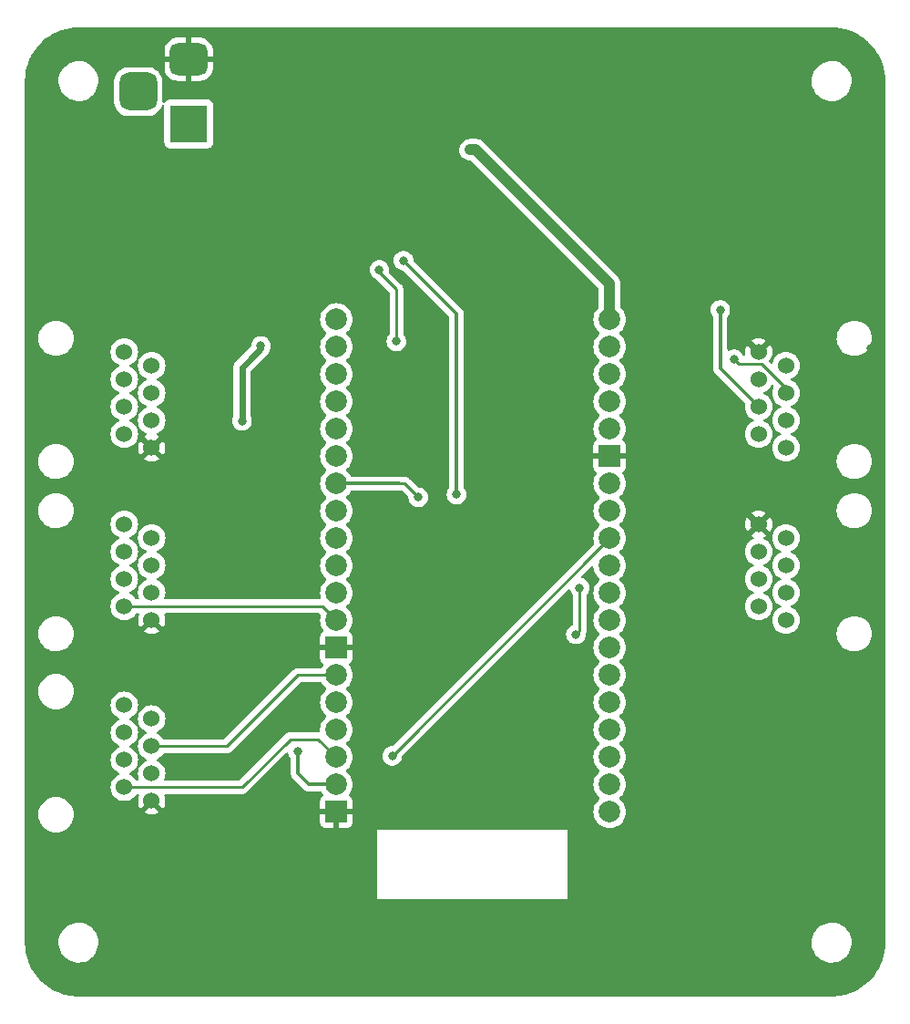
<source format=gbr>
%TF.GenerationSoftware,KiCad,Pcbnew,7.0.2*%
%TF.CreationDate,2023-06-06T19:57:17-04:00*%
%TF.ProjectId,ArenaController,4172656e-6143-46f6-9e74-726f6c6c6572,v0.6*%
%TF.SameCoordinates,Original*%
%TF.FileFunction,Copper,L2,Bot*%
%TF.FilePolarity,Positive*%
%FSLAX46Y46*%
G04 Gerber Fmt 4.6, Leading zero omitted, Abs format (unit mm)*
G04 Created by KiCad (PCBNEW 7.0.2) date 2023-06-06 19:57:17*
%MOMM*%
%LPD*%
G01*
G04 APERTURE LIST*
G04 Aperture macros list*
%AMRoundRect*
0 Rectangle with rounded corners*
0 $1 Rounding radius*
0 $2 $3 $4 $5 $6 $7 $8 $9 X,Y pos of 4 corners*
0 Add a 4 corners polygon primitive as box body*
4,1,4,$2,$3,$4,$5,$6,$7,$8,$9,$2,$3,0*
0 Add four circle primitives for the rounded corners*
1,1,$1+$1,$2,$3*
1,1,$1+$1,$4,$5*
1,1,$1+$1,$6,$7*
1,1,$1+$1,$8,$9*
0 Add four rect primitives between the rounded corners*
20,1,$1+$1,$2,$3,$4,$5,0*
20,1,$1+$1,$4,$5,$6,$7,0*
20,1,$1+$1,$6,$7,$8,$9,0*
20,1,$1+$1,$8,$9,$2,$3,0*%
G04 Aperture macros list end*
%TA.AperFunction,ComponentPad*%
%ADD10C,1.524000*%
%TD*%
%TA.AperFunction,ComponentPad*%
%ADD11R,3.500000X3.500000*%
%TD*%
%TA.AperFunction,ComponentPad*%
%ADD12RoundRect,0.750000X-1.000000X0.750000X-1.000000X-0.750000X1.000000X-0.750000X1.000000X0.750000X0*%
%TD*%
%TA.AperFunction,ComponentPad*%
%ADD13RoundRect,0.875000X-0.875000X0.875000X-0.875000X-0.875000X0.875000X-0.875000X0.875000X0.875000X0*%
%TD*%
%TA.AperFunction,ComponentPad*%
%ADD14C,2.000000*%
%TD*%
%TA.AperFunction,ComponentPad*%
%ADD15R,2.000000X2.000000*%
%TD*%
%TA.AperFunction,ViaPad*%
%ADD16C,0.800000*%
%TD*%
%TA.AperFunction,Conductor*%
%ADD17C,0.250000*%
%TD*%
%TA.AperFunction,Conductor*%
%ADD18C,0.300000*%
%TD*%
%TA.AperFunction,Conductor*%
%ADD19C,1.000000*%
%TD*%
%TA.AperFunction,Conductor*%
%ADD20C,0.600000*%
%TD*%
G04 APERTURE END LIST*
D10*
%TO.P,J1,1*%
%TO.N,+12V*%
X165750000Y-84045000D03*
%TO.P,J1,2*%
%TO.N,/s_Red_1*%
X163210000Y-82775000D03*
%TO.P,J1,3*%
%TO.N,/s_Yellow*%
X165750000Y-81505000D03*
%TO.P,J1,4*%
%TO.N,/s_Green*%
X163210000Y-80235000D03*
%TO.P,J1,5*%
%TO.N,/s_Horn*%
X165750000Y-78965000D03*
%TO.P,J1,6*%
%TO.N,unconnected-(J1-Pad6)*%
X163210000Y-77695000D03*
%TO.P,J1,7*%
%TO.N,unconnected-(J1-Pad7)*%
X165750000Y-76425000D03*
%TO.P,J1,8*%
%TO.N,GND*%
X163210000Y-75155000D03*
%TD*%
%TO.P,J6,1*%
%TO.N,unconnected-(J6-Pad1)*%
X165750000Y-100045000D03*
%TO.P,J6,2*%
%TO.N,unconnected-(J6-Pad2)*%
X163210000Y-98775000D03*
%TO.P,J6,3*%
%TO.N,unconnected-(J6-Pad3)*%
X165750000Y-97505000D03*
%TO.P,J6,4*%
%TO.N,/T_A_Start*%
X163210000Y-96235000D03*
%TO.P,J6,5*%
%TO.N,unconnected-(J6-Pad5)*%
X165750000Y-94965000D03*
%TO.P,J6,6*%
%TO.N,unconnected-(J6-Pad6)*%
X163210000Y-93695000D03*
%TO.P,J6,7*%
%TO.N,/T_A_End*%
X165750000Y-92425000D03*
%TO.P,J6,8*%
%TO.N,GND*%
X163210000Y-91155000D03*
%TD*%
%TO.P,J4,1*%
%TO.N,unconnected-(J4-Pad1)*%
X104250000Y-107955000D03*
%TO.P,J4,2*%
%TO.N,unconnected-(J4-Pad2)*%
X106790000Y-109225000D03*
%TO.P,J4,3*%
%TO.N,unconnected-(J4-Pad3)*%
X104250000Y-110495000D03*
%TO.P,J4,4*%
%TO.N,/G_Start*%
X106790000Y-111765000D03*
%TO.P,J4,5*%
%TO.N,/G_RST*%
X104250000Y-113035000D03*
%TO.P,J4,6*%
%TO.N,/G_Pause*%
X106790000Y-114305000D03*
%TO.P,J4,7*%
%TO.N,/G_End*%
X104250000Y-115575000D03*
%TO.P,J4,8*%
%TO.N,GND*%
X106790000Y-116845000D03*
%TD*%
D11*
%TO.P,J9,1*%
%TO.N,+12V*%
X110236000Y-53975000D03*
D12*
%TO.P,J9,2*%
%TO.N,GND*%
X110236000Y-47975000D03*
D13*
%TO.P,J9,3,MountPin*%
%TO.N,unconnected-(J9-MountPin-Pad3)*%
X105536000Y-50975000D03*
%TD*%
D10*
%TO.P,J2,8*%
%TO.N,GND*%
X106790000Y-84045000D03*
%TO.P,J2,7*%
%TO.N,unconnected-(J2-Pad7)*%
X104250000Y-82775000D03*
%TO.P,J2,6*%
%TO.N,unconnected-(J2-Pad6)*%
X106790000Y-81505000D03*
%TO.P,J2,5*%
%TO.N,/s_Horn*%
X104250000Y-80235000D03*
%TO.P,J2,4*%
%TO.N,/s_Green*%
X106790000Y-78965000D03*
%TO.P,J2,3*%
%TO.N,/s_Yellow*%
X104250000Y-77695000D03*
%TO.P,J2,2*%
%TO.N,/s_Red_2*%
X106790000Y-76425000D03*
%TO.P,J2,1*%
%TO.N,+12V*%
X104250000Y-75155000D03*
%TD*%
%TO.P,J5,1*%
%TO.N,unconnected-(J5-Pad1)*%
X104250000Y-91155000D03*
%TO.P,J5,2*%
%TO.N,unconnected-(J5-Pad2)*%
X106790000Y-92425000D03*
%TO.P,J5,3*%
%TO.N,unconnected-(J5-Pad3)*%
X104250000Y-93695000D03*
%TO.P,J5,4*%
%TO.N,/T_B_End*%
X106790000Y-94965000D03*
%TO.P,J5,5*%
%TO.N,unconnected-(J5-Pad5)*%
X104250000Y-96235000D03*
%TO.P,J5,6*%
%TO.N,unconnected-(J5-Pad6)*%
X106790000Y-97505000D03*
%TO.P,J5,7*%
%TO.N,/T_B_Start*%
X104250000Y-98775000D03*
%TO.P,J5,8*%
%TO.N,GND*%
X106790000Y-100045000D03*
%TD*%
D14*
%TO.P,U3,1,GPIO6/CTS1/HSPI_CLK/SD_CLK/Flash_SCK*%
%TO.N,unconnected-(U3-GPIO6{slash}CTS1{slash}HSPI_CLK{slash}SD_CLK{slash}Flash_SCK-Pad1)*%
X123952000Y-72136000D03*
%TO.P,U3,2,GPIO7/RTS_2/HSPI_Data0/SD_Data0/Flash_D0*%
%TO.N,unconnected-(U3-GPIO7{slash}RTS_2{slash}HSPI_Data0{slash}SD_Data0{slash}Flash_D0-Pad2)*%
X123952000Y-74676000D03*
%TO.P,U3,3,GPIO8/CTS_2/HSPI_Data1/SD_Data1/Flash_D1*%
%TO.N,unconnected-(U3-GPIO8{slash}CTS_2{slash}HSPI_Data1{slash}SD_Data1{slash}Flash_D1-Pad3)*%
X123952000Y-77216000D03*
%TO.P,U3,4,GPIO15/ADC2_3/HSPI_CS0/Touch3/RTC_GPIO13*%
%TO.N,unconnected-(U3-GPIO15{slash}ADC2_3{slash}HSPI_CS0{slash}Touch3{slash}RTC_GPIO13-Pad4)*%
X123952000Y-79756000D03*
%TO.P,U3,5,GPIO2/ADC2_2/HSPI_WP0/Touch2/RTC_GPIO12*%
%TO.N,/m_Red_2*%
X123952000Y-82296000D03*
%TO.P,U3,6,GPIO0/ADC2_1/CLK1/Touch1/RTC_GPIO11*%
%TO.N,unconnected-(U3-GPIO0{slash}ADC2_1{slash}CLK1{slash}Touch1{slash}RTC_GPIO11-Pad6)*%
X123952000Y-84836000D03*
%TO.P,U3,7,GPIO4/ADC2_0/HSPI_HD/Touch0/RTC_GPIO10*%
%TO.N,/m_Green*%
X123952000Y-87376000D03*
%TO.P,U3,8,GPIO16/RXD_2*%
%TO.N,/Dis_serial_Rx*%
X123952000Y-89916000D03*
%TO.P,U3,9,GPIO17/TXD_2*%
%TO.N,/Dis_Serial_Tx*%
X123952000Y-92456000D03*
%TO.P,U3,10,GPIO5/V_SPI_CS0/SS*%
%TO.N,unconnected-(U3-GPIO5{slash}V_SPI_CS0{slash}SS-Pad10)*%
X123952000Y-94996000D03*
%TO.P,U3,11,GPIO18/V_SPI_CLK/SCK*%
%TO.N,/m_Yellow*%
X123952000Y-97536000D03*
%TO.P,U3,12,GPIO19/V_SPI_Q/MISO/CTS_0*%
%TO.N,/T_B_Start*%
X123952000Y-100076000D03*
D15*
%TO.P,U3,13,GND*%
%TO.N,GND*%
X123952000Y-102616000D03*
D14*
%TO.P,U3,14,GPIO21/VSPI_HD/SDA*%
%TO.N,/G_Start*%
X123952000Y-105156000D03*
%TO.P,U3,15,GPIO3/RXD_0/CLK2*%
%TO.N,unconnected-(U3-GPIO3{slash}RXD_0{slash}CLK2-Pad15)*%
X123952000Y-107696000D03*
%TO.P,U3,16,GPIO1/TXD_0/CLK3*%
%TO.N,unconnected-(U3-GPIO1{slash}TXD_0{slash}CLK3-Pad16)*%
X123952000Y-110236000D03*
%TO.P,U3,17,GPIO22/V_SPI_WP/SCL/RTS_0*%
%TO.N,/G_End*%
X123952000Y-112776000D03*
%TO.P,U3,18,GPIO23/V_SPI_D/MOSI*%
%TO.N,/T_B_End*%
X123952000Y-115316000D03*
D15*
%TO.P,U3,19,GND*%
%TO.N,GND*%
X123952000Y-117856000D03*
D14*
%TO.P,U3,20,3.3v*%
%TO.N,+3V3*%
X149352000Y-117856000D03*
%TO.P,U3,21,EN*%
%TO.N,unconnected-(U3-EN-Pad21)*%
X149352000Y-115316000D03*
%TO.P,U3,22,RTC_GPIO0/SensVP/ADC1_0/GPIO36*%
%TO.N,unconnected-(U3-RTC_GPIO0{slash}SensVP{slash}ADC1_0{slash}GPIO36-Pad22)*%
X149352000Y-112776000D03*
%TO.P,U3,23,RTC_GPIO3/SensVN/ADC1_3/GPIO39*%
%TO.N,unconnected-(U3-RTC_GPIO3{slash}SensVN{slash}ADC1_3{slash}GPIO39-Pad23)*%
X149352000Y-110236000D03*
%TO.P,U3,24,RTC_GPIO4/ADC1_6/GPIO34*%
%TO.N,unconnected-(U3-RTC_GPIO4{slash}ADC1_6{slash}GPIO34-Pad24)*%
X149352000Y-107696000D03*
%TO.P,U3,25,RTC_GPIO5/ADC1_7/GPIO35*%
%TO.N,unconnected-(U3-RTC_GPIO5{slash}ADC1_7{slash}GPIO35-Pad25)*%
X149352000Y-105156000D03*
%TO.P,U3,26,RTC_GPIO9/XTal32P/Touch9/ADC1_4/GPIO32*%
%TO.N,/status_LED*%
X149352000Y-102616000D03*
%TO.P,U3,27,RTC_GPIO8/Xtal32N/Touch8/ADC1_5/GPIO33*%
%TO.N,/m_Horn*%
X149352000Y-100076000D03*
%TO.P,U3,28,DAC_1/RTC_GPIO6/ADC2_8/GPIO25*%
%TO.N,/T_A_Start*%
X149352000Y-97536000D03*
%TO.P,U3,29,DAC_2/RTC_GPIO7/ADC2_9/GPIO26*%
%TO.N,/T_A_End*%
X149352000Y-94996000D03*
%TO.P,U3,30,RTC_GPIO17/Touch7/ADC2_7/GPIO27*%
%TO.N,/G_RST*%
X149352000Y-92456000D03*
%TO.P,U3,31,RTC_GPIO16/Touch6/HSPI_CLK/ADC2_6/GPIO14*%
%TO.N,/G_Pause*%
X149352000Y-89916000D03*
%TO.P,U3,32,RTC_GPIO15/Touch5/HSPI_Q/ADC2_5/GPIO12*%
%TO.N,unconnected-(U3-RTC_GPIO15{slash}Touch5{slash}HSPI_Q{slash}ADC2_5{slash}GPIO12-Pad32)*%
X149352000Y-87376000D03*
D15*
%TO.P,U3,33,GND*%
%TO.N,GND*%
X149352000Y-84836000D03*
D14*
%TO.P,U3,34,RTC_GPIO14/Touch4/HSPI_ID/ADC2_4/GPIO13*%
%TO.N,/m_Red_1*%
X149352000Y-82296000D03*
%TO.P,U3,35,Flash_D2/SD_Data2/HSPI_Data2/RXD_1/GPIO09*%
%TO.N,unconnected-(U3-Flash_D2{slash}SD_Data2{slash}HSPI_Data2{slash}RXD_1{slash}GPIO09-Pad35)*%
X149352000Y-79756000D03*
%TO.P,U3,36,Flash_D3/SD_Data3/HSPI_Data3/TXD_1/GPIO10*%
%TO.N,unconnected-(U3-Flash_D3{slash}SD_Data3{slash}HSPI_Data3{slash}TXD_1{slash}GPIO10-Pad36)*%
X149352000Y-77216000D03*
%TO.P,U3,37,Flash_CMD/SD_CMD/HSPI_CMD/RTS_1/GPIO11*%
%TO.N,unconnected-(U3-Flash_CMD{slash}SD_CMD{slash}HSPI_CMD{slash}RTS_1{slash}GPIO11-Pad37)*%
X149352000Y-74676000D03*
%TO.P,U3,38,5V*%
%TO.N,+5V*%
X149352000Y-72136000D03*
%TD*%
D16*
%TO.N,GND*%
X165735000Y-74041000D03*
X164465000Y-72644000D03*
X161290000Y-73279000D03*
%TO.N,/s_Horn*%
X160909000Y-75819000D03*
%TO.N,/s_Green*%
X159639000Y-71247000D03*
%TO.N,GND*%
X120269000Y-100457000D03*
X120015000Y-96774000D03*
X110236000Y-96901000D03*
X118999000Y-93218000D03*
X110617000Y-91821000D03*
X112876212Y-84712608D03*
X113284000Y-58674000D03*
X107188000Y-57658000D03*
X102870000Y-57150000D03*
X112522000Y-50800000D03*
X103632000Y-46228000D03*
%TO.N,/s_Yellow*%
X135128000Y-88392000D03*
X130200000Y-66675000D03*
%TO.N,/s_Green*%
X127950000Y-67525000D03*
X129540000Y-74168000D03*
%TO.N,GND*%
X163169600Y-48768000D03*
X133858000Y-45974000D03*
X146964400Y-62230000D03*
X162255200Y-88900000D03*
X137058400Y-77622400D03*
X150063200Y-46329600D03*
X101219000Y-76708000D03*
X106629200Y-47752000D03*
X161696400Y-55524400D03*
X108813600Y-121615200D03*
X133908800Y-102971600D03*
X119786400Y-68199000D03*
X154254200Y-76149200D03*
X108254800Y-69494400D03*
X119837200Y-88646000D03*
X136245600Y-110998000D03*
X154686000Y-131064000D03*
X153517600Y-64287400D03*
X129590800Y-132283200D03*
X122326400Y-56946800D03*
X118922800Y-74142600D03*
X154711400Y-71805800D03*
X116281200Y-131978400D03*
X124917200Y-46482000D03*
X167259000Y-105003600D03*
X117551200Y-110236000D03*
X159918400Y-124764800D03*
X111709200Y-72974200D03*
X115925600Y-62738000D03*
X132892800Y-78282800D03*
X115468400Y-47599600D03*
X97282000Y-77597000D03*
X106730800Y-73812400D03*
X113871113Y-77565519D03*
X169062400Y-61874400D03*
X144170400Y-110998000D03*
X100584000Y-63398400D03*
X134823200Y-63144400D03*
X162153600Y-103479600D03*
X122986800Y-50444400D03*
X159893000Y-98044000D03*
X104851200Y-64109600D03*
X114554000Y-106324400D03*
X131978400Y-81788000D03*
X173075600Y-94259400D03*
X121361200Y-62687200D03*
X137718800Y-107797600D03*
X131572000Y-107137200D03*
X135890000Y-98653600D03*
X124510800Y-56946800D03*
X130505200Y-63347600D03*
X167386000Y-70612000D03*
X127355600Y-75234800D03*
X106680000Y-83667600D03*
X167538400Y-81026000D03*
X144881600Y-82296000D03*
X130860800Y-101092000D03*
X147878800Y-55524400D03*
X151993600Y-88696800D03*
X98501200Y-98704400D03*
X140766800Y-131267200D03*
X123494800Y-55473600D03*
X156413200Y-61976000D03*
X161290000Y-68072000D03*
X103987600Y-96418400D03*
X106476800Y-89966800D03*
X156210000Y-94996000D03*
X110591600Y-104190800D03*
X173609000Y-74853800D03*
X164846000Y-118414800D03*
X144627600Y-75438000D03*
X117246400Y-82753200D03*
X166141400Y-58978800D03*
X152857200Y-96469200D03*
X109728000Y-124561600D03*
X106273600Y-105918000D03*
X153162000Y-117398800D03*
X132943600Y-111252000D03*
X154381200Y-100431600D03*
X116128800Y-104190800D03*
X115112800Y-112064800D03*
X172389800Y-120802400D03*
X127152400Y-80619600D03*
%TO.N,/G_RST*%
X129150000Y-112674400D03*
%TO.N,/G_Pause*%
X146225000Y-101375000D03*
X146575000Y-97050000D03*
%TO.N,/T_B_End*%
X120396000Y-112268000D03*
%TO.N,+5V*%
X136398000Y-56388000D03*
%TO.N,/m_Green*%
X131572000Y-88646000D03*
%TO.N,Net-(Q5-G)*%
X115189000Y-81559400D03*
X116941600Y-74599800D03*
%TD*%
D17*
%TO.N,/s_Horn*%
X161332000Y-76242000D02*
X160909000Y-75819000D01*
X163449000Y-76242000D02*
X161332000Y-76242000D01*
X165750000Y-78965000D02*
X165750000Y-78543000D01*
X165750000Y-78543000D02*
X163449000Y-76242000D01*
D18*
%TO.N,/s_Green*%
X159639000Y-76664000D02*
X163210000Y-80235000D01*
X159639000Y-71247000D02*
X159639000Y-76664000D01*
D17*
%TO.N,/G_End*%
X115200000Y-115575000D02*
X104250000Y-115575000D01*
X122276000Y-111100000D02*
X119675000Y-111100000D01*
X119675000Y-111100000D02*
X115200000Y-115575000D01*
X123952000Y-112776000D02*
X122276000Y-111100000D01*
%TO.N,/G_Start*%
X120396000Y-105156000D02*
X113787000Y-111765000D01*
X123952000Y-105156000D02*
X120396000Y-105156000D01*
X113787000Y-111765000D02*
X106790000Y-111765000D01*
%TO.N,/T_B_Start*%
X122651000Y-98775000D02*
X104250000Y-98775000D01*
X123952000Y-100076000D02*
X122651000Y-98775000D01*
D18*
%TO.N,/s_Yellow*%
X135128000Y-71603000D02*
X130200000Y-66675000D01*
X135128000Y-71603000D02*
X135128000Y-88392000D01*
D17*
%TO.N,/s_Green*%
X129540000Y-69342000D02*
X129546250Y-69335750D01*
X129540000Y-74168000D02*
X129540000Y-69342000D01*
X127950000Y-67739500D02*
X127950000Y-67525000D01*
X129546250Y-69335750D02*
X127950000Y-67739500D01*
%TO.N,/G_RST*%
X129150000Y-112658000D02*
X129150000Y-112674400D01*
X149352000Y-92456000D02*
X129150000Y-112658000D01*
%TO.N,/G_Pause*%
X146575000Y-101025000D02*
X146575000Y-97050000D01*
X146225000Y-101375000D02*
X146575000Y-101025000D01*
D18*
%TO.N,/T_B_End*%
X121412000Y-115316000D02*
X123952000Y-115316000D01*
X120396000Y-114300000D02*
X121412000Y-115316000D01*
X120396000Y-112268000D02*
X120396000Y-114300000D01*
D19*
%TO.N,+5V*%
X149352000Y-68834000D02*
X149352000Y-72136000D01*
X149352000Y-68834000D02*
X136906000Y-56388000D01*
X136906000Y-56388000D02*
X136398000Y-56388000D01*
D17*
%TO.N,/m_Green*%
X130302000Y-87376000D02*
X129794000Y-87376000D01*
D18*
X129794000Y-87376000D02*
X123952000Y-87376000D01*
D17*
X131572000Y-88646000D02*
X130302000Y-87376000D01*
D20*
%TO.N,Net-(Q5-G)*%
X115189000Y-81559400D02*
X115189000Y-76606400D01*
X115189000Y-76606400D02*
X115900200Y-75895200D01*
X115900200Y-75895200D02*
X116941600Y-74853800D01*
X116941600Y-74853800D02*
X116941600Y-74599800D01*
%TD*%
%TA.AperFunction,Conductor*%
%TO.N,GND*%
G36*
X122568594Y-105809185D02*
G01*
X122607281Y-105848709D01*
X122727824Y-106045416D01*
X122882031Y-106225969D01*
X123005837Y-106331709D01*
X123044031Y-106390215D01*
X123044530Y-106460083D01*
X123007176Y-106519130D01*
X123005838Y-106520289D01*
X122882031Y-106626031D01*
X122727823Y-106806585D01*
X122603761Y-107009035D01*
X122512894Y-107228406D01*
X122457465Y-107459287D01*
X122438835Y-107696000D01*
X122457465Y-107932712D01*
X122512894Y-108163593D01*
X122518224Y-108176460D01*
X122603760Y-108382963D01*
X122727824Y-108585416D01*
X122882031Y-108765969D01*
X123005838Y-108871710D01*
X123044031Y-108930217D01*
X123044529Y-109000085D01*
X123007176Y-109059131D01*
X123005838Y-109060290D01*
X122882031Y-109166031D01*
X122727823Y-109346585D01*
X122603761Y-109549035D01*
X122512894Y-109768406D01*
X122457465Y-109999287D01*
X122453884Y-110044784D01*
X122438835Y-110236000D01*
X122441789Y-110273539D01*
X122446290Y-110330720D01*
X122431926Y-110399098D01*
X122382874Y-110448854D01*
X122314709Y-110464193D01*
X122303277Y-110462923D01*
X122296058Y-110461779D01*
X122251943Y-110465950D01*
X122240274Y-110466500D01*
X119758634Y-110466500D01*
X119737891Y-110464210D01*
X119666970Y-110466439D01*
X119663075Y-110466500D01*
X119635144Y-110466500D01*
X119631289Y-110466986D01*
X119631255Y-110466989D01*
X119631024Y-110467019D01*
X119619404Y-110467933D01*
X119575110Y-110469325D01*
X119555501Y-110475022D01*
X119536461Y-110478965D01*
X119516205Y-110481525D01*
X119475005Y-110497836D01*
X119463961Y-110501617D01*
X119421410Y-110513981D01*
X119421407Y-110513982D01*
X119403827Y-110524377D01*
X119386370Y-110532930D01*
X119367378Y-110540449D01*
X119331534Y-110566491D01*
X119321777Y-110572901D01*
X119283638Y-110595457D01*
X119269200Y-110609895D01*
X119254411Y-110622525D01*
X119237894Y-110634525D01*
X119209644Y-110668673D01*
X119201783Y-110677311D01*
X114973914Y-114905181D01*
X114912591Y-114938666D01*
X114886233Y-114941500D01*
X108089678Y-114941500D01*
X108022639Y-114921815D01*
X107976884Y-114869011D01*
X107966940Y-114799853D01*
X107977296Y-114765095D01*
X107982303Y-114754357D01*
X107988440Y-114741196D01*
X108045978Y-114526463D01*
X108065353Y-114305000D01*
X108045978Y-114083537D01*
X107988440Y-113868804D01*
X107894488Y-113667324D01*
X107766977Y-113485219D01*
X107609781Y-113328023D01*
X107427677Y-113200512D01*
X107313738Y-113147381D01*
X107261300Y-113101210D01*
X107242148Y-113034016D01*
X107262364Y-112967135D01*
X107313739Y-112922618D01*
X107315041Y-112922011D01*
X107427677Y-112869488D01*
X107609781Y-112741977D01*
X107766977Y-112584781D01*
X107860389Y-112451375D01*
X107914965Y-112407751D01*
X107961963Y-112398500D01*
X113703367Y-112398500D01*
X113724108Y-112400789D01*
X113726905Y-112400701D01*
X113726909Y-112400702D01*
X113795017Y-112398560D01*
X113798913Y-112398500D01*
X113822958Y-112398500D01*
X113826856Y-112398500D01*
X113830724Y-112398011D01*
X113830947Y-112397983D01*
X113842608Y-112397064D01*
X113886889Y-112395673D01*
X113906498Y-112389975D01*
X113925531Y-112386033D01*
X113945797Y-112383474D01*
X113987006Y-112367157D01*
X113998037Y-112363380D01*
X114040593Y-112351018D01*
X114058160Y-112340628D01*
X114075632Y-112332068D01*
X114094617Y-112324552D01*
X114130475Y-112298498D01*
X114140223Y-112292096D01*
X114178362Y-112269542D01*
X114192800Y-112255103D01*
X114207588Y-112242472D01*
X114224107Y-112230472D01*
X114252359Y-112196319D01*
X114260203Y-112187699D01*
X120622084Y-105825819D01*
X120683408Y-105792334D01*
X120709766Y-105789500D01*
X122501555Y-105789500D01*
X122568594Y-105809185D01*
G37*
%TD.AperFunction*%
%TA.AperFunction,Conductor*%
G36*
X170002562Y-45010605D02*
G01*
X170406921Y-45027330D01*
X170417094Y-45028173D01*
X170816171Y-45077917D01*
X170826251Y-45079599D01*
X171219845Y-45162127D01*
X171229753Y-45164636D01*
X171615189Y-45279386D01*
X171624857Y-45282705D01*
X171999485Y-45428886D01*
X172008870Y-45433003D01*
X172370121Y-45609608D01*
X172379135Y-45614485D01*
X172724601Y-45820338D01*
X172733180Y-45825944D01*
X173060444Y-46059605D01*
X173068521Y-46065892D01*
X173299551Y-46261565D01*
X173375381Y-46325790D01*
X173382921Y-46332731D01*
X173667268Y-46617078D01*
X173674209Y-46624618D01*
X173831627Y-46810481D01*
X173934103Y-46931473D01*
X173940398Y-46939561D01*
X174174055Y-47266819D01*
X174179661Y-47275398D01*
X174385514Y-47620864D01*
X174390391Y-47629878D01*
X174566996Y-47991129D01*
X174571113Y-48000514D01*
X174717289Y-48375130D01*
X174720617Y-48384823D01*
X174835359Y-48770233D01*
X174837875Y-48780168D01*
X174920397Y-49173734D01*
X174922084Y-49183843D01*
X174971824Y-49582884D01*
X174972670Y-49593098D01*
X174989394Y-49997436D01*
X174989500Y-50002560D01*
X174989500Y-129997438D01*
X174989394Y-130002562D01*
X174972670Y-130406901D01*
X174971824Y-130417115D01*
X174922084Y-130816156D01*
X174920397Y-130826265D01*
X174837875Y-131219831D01*
X174835359Y-131229766D01*
X174720617Y-131615176D01*
X174717289Y-131624869D01*
X174571113Y-131999485D01*
X174566996Y-132008870D01*
X174390391Y-132370121D01*
X174385514Y-132379135D01*
X174179661Y-132724601D01*
X174174055Y-132733180D01*
X173940398Y-133060438D01*
X173934103Y-133068526D01*
X173674209Y-133375381D01*
X173667268Y-133382921D01*
X173382921Y-133667268D01*
X173375381Y-133674209D01*
X173068526Y-133934103D01*
X173060438Y-133940398D01*
X172733180Y-134174055D01*
X172724601Y-134179661D01*
X172379135Y-134385514D01*
X172370121Y-134390391D01*
X172008870Y-134566996D01*
X171999485Y-134571113D01*
X171624869Y-134717289D01*
X171615176Y-134720617D01*
X171229766Y-134835359D01*
X171219831Y-134837875D01*
X170826265Y-134920397D01*
X170816156Y-134922084D01*
X170417115Y-134971824D01*
X170406901Y-134972670D01*
X170002563Y-134989394D01*
X169997439Y-134989500D01*
X100002561Y-134989500D01*
X99997437Y-134989394D01*
X99593098Y-134972670D01*
X99582884Y-134971824D01*
X99183843Y-134922084D01*
X99173734Y-134920397D01*
X98780168Y-134837875D01*
X98770233Y-134835359D01*
X98384823Y-134720617D01*
X98375130Y-134717289D01*
X98000514Y-134571113D01*
X97991129Y-134566996D01*
X97629878Y-134390391D01*
X97620864Y-134385514D01*
X97275398Y-134179661D01*
X97266819Y-134174055D01*
X96939561Y-133940398D01*
X96931473Y-133934103D01*
X96804665Y-133826702D01*
X96624618Y-133674209D01*
X96617078Y-133667268D01*
X96332731Y-133382921D01*
X96325790Y-133375381D01*
X96065896Y-133068526D01*
X96059601Y-133060438D01*
X95825944Y-132733180D01*
X95820338Y-132724601D01*
X95614485Y-132379135D01*
X95609608Y-132370121D01*
X95433003Y-132008870D01*
X95428886Y-131999485D01*
X95359988Y-131822914D01*
X95282705Y-131624857D01*
X95279386Y-131615189D01*
X95164636Y-131229753D01*
X95162127Y-131219845D01*
X95079599Y-130826251D01*
X95077917Y-130816171D01*
X95028173Y-130417094D01*
X95027330Y-130406921D01*
X95013303Y-130067764D01*
X98145787Y-130067764D01*
X98175413Y-130337016D01*
X98243928Y-130599087D01*
X98349871Y-130848392D01*
X98490982Y-131079611D01*
X98580253Y-131186881D01*
X98664255Y-131287820D01*
X98865998Y-131468582D01*
X99091910Y-131618044D01*
X99198211Y-131667876D01*
X99337177Y-131733021D01*
X99596562Y-131811058D01*
X99596569Y-131811060D01*
X99864561Y-131850500D01*
X99864564Y-131850500D01*
X100065369Y-131850500D01*
X100067631Y-131850500D01*
X100270156Y-131835677D01*
X100534553Y-131776780D01*
X100787558Y-131680014D01*
X101023777Y-131547441D01*
X101238177Y-131381888D01*
X101426186Y-131186881D01*
X101583799Y-130966579D01*
X101707656Y-130725675D01*
X101795118Y-130469305D01*
X101844319Y-130202933D01*
X101849259Y-130067764D01*
X168145787Y-130067764D01*
X168175413Y-130337016D01*
X168243928Y-130599087D01*
X168349871Y-130848392D01*
X168490982Y-131079611D01*
X168580253Y-131186881D01*
X168664255Y-131287820D01*
X168865998Y-131468582D01*
X169091910Y-131618044D01*
X169198211Y-131667876D01*
X169337177Y-131733021D01*
X169596562Y-131811058D01*
X169596569Y-131811060D01*
X169864561Y-131850500D01*
X169864564Y-131850500D01*
X170065369Y-131850500D01*
X170067631Y-131850500D01*
X170270156Y-131835677D01*
X170534553Y-131776780D01*
X170787558Y-131680014D01*
X171023777Y-131547441D01*
X171238177Y-131381888D01*
X171426186Y-131186881D01*
X171583799Y-130966579D01*
X171707656Y-130725675D01*
X171795118Y-130469305D01*
X171844319Y-130202933D01*
X171854212Y-129932235D01*
X171824586Y-129662982D01*
X171756072Y-129400912D01*
X171650130Y-129151610D01*
X171509018Y-128920390D01*
X171509017Y-128920388D01*
X171335746Y-128712181D01*
X171230759Y-128618112D01*
X171134002Y-128531418D01*
X170908090Y-128381956D01*
X170908086Y-128381954D01*
X170662822Y-128266978D01*
X170403437Y-128188941D01*
X170403431Y-128188940D01*
X170135439Y-128149500D01*
X169932369Y-128149500D01*
X169930120Y-128149664D01*
X169930109Y-128149665D01*
X169729843Y-128164322D01*
X169465449Y-128223219D01*
X169212441Y-128319986D01*
X168976223Y-128452559D01*
X168761825Y-128618109D01*
X168573813Y-128813120D01*
X168416201Y-129033420D01*
X168292342Y-129274329D01*
X168204881Y-129530695D01*
X168155680Y-129797066D01*
X168145787Y-130067764D01*
X101849259Y-130067764D01*
X101854212Y-129932235D01*
X101824586Y-129662982D01*
X101756072Y-129400912D01*
X101650130Y-129151610D01*
X101509018Y-128920390D01*
X101509017Y-128920388D01*
X101335746Y-128712181D01*
X101230759Y-128618112D01*
X101134002Y-128531418D01*
X100908090Y-128381956D01*
X100908086Y-128381954D01*
X100662822Y-128266978D01*
X100403437Y-128188941D01*
X100403431Y-128188940D01*
X100135439Y-128149500D01*
X99932369Y-128149500D01*
X99930120Y-128149664D01*
X99930109Y-128149665D01*
X99729843Y-128164322D01*
X99465449Y-128223219D01*
X99212441Y-128319986D01*
X98976223Y-128452559D01*
X98761825Y-128618109D01*
X98573813Y-128813120D01*
X98416201Y-129033420D01*
X98292342Y-129274329D01*
X98204881Y-129530695D01*
X98155680Y-129797066D01*
X98145787Y-130067764D01*
X95013303Y-130067764D01*
X95010606Y-130002562D01*
X95010500Y-129997438D01*
X95010500Y-118114999D01*
X96259443Y-118114999D01*
X96279641Y-118371641D01*
X96339737Y-118621960D01*
X96390874Y-118745414D01*
X96438253Y-118859797D01*
X96572762Y-119079295D01*
X96739951Y-119275049D01*
X96935705Y-119442238D01*
X97155203Y-119576747D01*
X97330915Y-119649529D01*
X97393039Y-119675262D01*
X97472122Y-119694248D01*
X97643360Y-119735359D01*
X97900000Y-119755557D01*
X98156640Y-119735359D01*
X98406960Y-119675262D01*
X98644797Y-119576747D01*
X98779827Y-119494000D01*
X127742000Y-119494000D01*
X127742000Y-125984000D01*
X145432000Y-125984000D01*
X145432000Y-119494000D01*
X127742000Y-119494000D01*
X98779827Y-119494000D01*
X98864295Y-119442238D01*
X99060049Y-119275049D01*
X99227238Y-119079295D01*
X99361747Y-118859797D01*
X99460262Y-118621960D01*
X99520359Y-118371640D01*
X99540557Y-118115000D01*
X99520359Y-117858360D01*
X99460262Y-117608040D01*
X99361747Y-117370203D01*
X99227238Y-117150705D01*
X99060049Y-116954951D01*
X98864295Y-116787762D01*
X98644797Y-116653253D01*
X98549814Y-116613910D01*
X98406960Y-116554737D01*
X98156641Y-116494641D01*
X97900000Y-116474443D01*
X97643358Y-116494641D01*
X97393039Y-116554737D01*
X97155201Y-116653254D01*
X96935706Y-116787761D01*
X96739951Y-116954951D01*
X96572761Y-117150706D01*
X96438254Y-117370201D01*
X96339737Y-117608039D01*
X96279641Y-117858358D01*
X96259443Y-118114999D01*
X95010500Y-118114999D01*
X95010500Y-115575000D01*
X102974646Y-115575000D01*
X102994021Y-115796460D01*
X103051560Y-116011197D01*
X103070806Y-116052469D01*
X103145512Y-116212677D01*
X103273023Y-116394781D01*
X103430219Y-116551977D01*
X103612323Y-116679488D01*
X103813804Y-116773440D01*
X104028537Y-116830978D01*
X104250000Y-116850353D01*
X104471463Y-116830978D01*
X104686196Y-116773440D01*
X104887677Y-116679488D01*
X105069781Y-116551977D01*
X105226977Y-116394781D01*
X105320389Y-116261375D01*
X105374965Y-116217751D01*
X105421963Y-116208500D01*
X105499701Y-116208500D01*
X105566740Y-116228185D01*
X105612495Y-116280989D01*
X105622439Y-116350147D01*
X105612083Y-116384905D01*
X105599578Y-116411720D01*
X105542424Y-116625021D01*
X105523178Y-116844999D01*
X105542424Y-117064978D01*
X105599579Y-117278281D01*
X105692898Y-117478406D01*
X105738258Y-117543187D01*
X106405096Y-116876349D01*
X106405051Y-116876898D01*
X106436266Y-117000162D01*
X106505813Y-117106612D01*
X106606157Y-117184713D01*
X106726422Y-117226000D01*
X106762553Y-117226000D01*
X106091812Y-117896740D01*
X106156593Y-117942101D01*
X106356718Y-118035420D01*
X106570021Y-118092575D01*
X106789999Y-118111821D01*
X107009978Y-118092575D01*
X107223281Y-118035420D01*
X107423408Y-117942100D01*
X107488187Y-117896740D01*
X106817448Y-117226000D01*
X106821569Y-117226000D01*
X106915421Y-117210339D01*
X107027251Y-117149820D01*
X107113371Y-117056269D01*
X107164448Y-116939823D01*
X107170105Y-116871551D01*
X107841740Y-117543186D01*
X107887100Y-117478408D01*
X107980420Y-117278281D01*
X108037575Y-117064978D01*
X108056821Y-116845000D01*
X108037575Y-116625021D01*
X107980421Y-116411720D01*
X107967917Y-116384905D01*
X107957425Y-116315828D01*
X107985944Y-116252044D01*
X108044421Y-116213804D01*
X108080299Y-116208500D01*
X115116367Y-116208500D01*
X115137108Y-116210789D01*
X115139905Y-116210701D01*
X115139909Y-116210702D01*
X115208017Y-116208560D01*
X115211913Y-116208500D01*
X115235958Y-116208500D01*
X115239856Y-116208500D01*
X115243724Y-116208011D01*
X115243947Y-116207983D01*
X115255608Y-116207064D01*
X115299889Y-116205673D01*
X115319498Y-116199975D01*
X115338531Y-116196033D01*
X115358797Y-116193474D01*
X115400006Y-116177157D01*
X115411037Y-116173380D01*
X115453593Y-116161018D01*
X115471160Y-116150628D01*
X115488632Y-116142068D01*
X115507617Y-116134552D01*
X115543475Y-116108498D01*
X115553223Y-116102096D01*
X115591362Y-116079542D01*
X115605800Y-116065103D01*
X115620588Y-116052472D01*
X115637107Y-116040472D01*
X115665359Y-116006319D01*
X115673203Y-115997699D01*
X119291100Y-112379802D01*
X119352421Y-112346319D01*
X119422113Y-112351303D01*
X119478046Y-112393175D01*
X119502099Y-112454517D01*
X119502457Y-112457924D01*
X119502457Y-112457926D01*
X119502458Y-112457928D01*
X119511082Y-112484470D01*
X119561472Y-112639556D01*
X119656959Y-112804943D01*
X119705650Y-112859020D01*
X119735880Y-112922011D01*
X119737500Y-112941992D01*
X119737500Y-114213610D01*
X119735133Y-114235044D01*
X119737439Y-114308400D01*
X119737500Y-114312295D01*
X119737500Y-114341432D01*
X119737988Y-114345304D01*
X119737989Y-114345305D01*
X119738069Y-114345939D01*
X119738983Y-114357564D01*
X119740437Y-114403833D01*
X119746463Y-114424575D01*
X119750408Y-114443621D01*
X119753117Y-114465063D01*
X119770158Y-114508105D01*
X119773941Y-114519154D01*
X119786855Y-114563601D01*
X119797850Y-114582193D01*
X119806409Y-114599663D01*
X119814364Y-114619754D01*
X119814365Y-114619756D01*
X119841578Y-114657211D01*
X119847977Y-114666952D01*
X119871547Y-114706807D01*
X119871548Y-114706808D01*
X119886822Y-114722082D01*
X119899458Y-114736876D01*
X119912159Y-114754357D01*
X119947820Y-114783858D01*
X119956461Y-114791721D01*
X120885282Y-115720542D01*
X120898769Y-115737375D01*
X120900583Y-115739078D01*
X120900584Y-115739080D01*
X120947986Y-115783593D01*
X120952273Y-115787619D01*
X120955070Y-115790330D01*
X120975667Y-115810927D01*
X120979248Y-115813705D01*
X120988118Y-115821280D01*
X121021867Y-115852972D01*
X121040803Y-115863382D01*
X121057055Y-115874058D01*
X121069892Y-115884015D01*
X121074133Y-115887305D01*
X121116613Y-115905687D01*
X121127105Y-115910827D01*
X121167663Y-115933124D01*
X121188584Y-115938495D01*
X121206994Y-115944798D01*
X121226824Y-115953380D01*
X121272553Y-115960621D01*
X121283975Y-115962987D01*
X121328812Y-115974500D01*
X121350419Y-115974500D01*
X121369816Y-115976026D01*
X121391152Y-115979406D01*
X121437235Y-115975049D01*
X121448903Y-115974500D01*
X122516875Y-115974500D01*
X122583914Y-115994185D01*
X122622601Y-116033709D01*
X122727824Y-116205416D01*
X122734988Y-116213804D01*
X122742923Y-116223095D01*
X122771492Y-116286857D01*
X122761054Y-116355942D01*
X122722942Y-116402892D01*
X122594811Y-116498810D01*
X122508647Y-116613910D01*
X122458400Y-116748628D01*
X122452354Y-116804867D01*
X122452000Y-116811481D01*
X122452000Y-117606000D01*
X123506428Y-117606000D01*
X123483318Y-117641960D01*
X123442000Y-117782673D01*
X123442000Y-117929327D01*
X123483318Y-118070040D01*
X123506428Y-118106000D01*
X122452000Y-118106000D01*
X122452000Y-118900518D01*
X122452354Y-118907132D01*
X122458400Y-118963371D01*
X122508647Y-119098089D01*
X122594811Y-119213188D01*
X122709910Y-119299352D01*
X122844628Y-119349599D01*
X122900867Y-119355645D01*
X122907482Y-119356000D01*
X123702000Y-119356000D01*
X123702000Y-118302494D01*
X123806839Y-118350373D01*
X123915527Y-118366000D01*
X123988473Y-118366000D01*
X124097161Y-118350373D01*
X124201999Y-118302494D01*
X124202000Y-119356000D01*
X124996518Y-119356000D01*
X125003132Y-119355645D01*
X125059371Y-119349599D01*
X125194089Y-119299352D01*
X125309188Y-119213188D01*
X125395352Y-119098089D01*
X125445599Y-118963371D01*
X125451645Y-118907132D01*
X125452000Y-118900518D01*
X125452000Y-118106000D01*
X124397572Y-118106000D01*
X124420682Y-118070040D01*
X124462000Y-117929327D01*
X124462000Y-117782673D01*
X124420682Y-117641960D01*
X124397572Y-117606000D01*
X125452000Y-117606000D01*
X125452000Y-116811481D01*
X125451645Y-116804867D01*
X125445599Y-116748628D01*
X125395352Y-116613910D01*
X125309188Y-116498811D01*
X125181057Y-116402892D01*
X125139186Y-116346958D01*
X125134202Y-116277267D01*
X125161078Y-116223093D01*
X125176176Y-116205416D01*
X125300240Y-116002963D01*
X125391105Y-115783594D01*
X125446535Y-115552711D01*
X125465165Y-115316000D01*
X125446535Y-115079289D01*
X125391105Y-114848406D01*
X125300240Y-114629037D01*
X125176176Y-114426584D01*
X125021969Y-114246031D01*
X125021967Y-114246029D01*
X125021966Y-114246028D01*
X124898162Y-114140290D01*
X124859968Y-114081784D01*
X124859469Y-114011916D01*
X124896823Y-113952869D01*
X124898162Y-113951710D01*
X125021969Y-113845969D01*
X125176176Y-113665416D01*
X125300240Y-113462963D01*
X125391105Y-113243594D01*
X125446535Y-113012711D01*
X125465165Y-112776000D01*
X125457169Y-112674400D01*
X128236496Y-112674400D01*
X128256458Y-112864329D01*
X128315472Y-113045956D01*
X128410957Y-113211341D01*
X128410960Y-113211344D01*
X128538747Y-113353266D01*
X128689731Y-113462963D01*
X128693248Y-113465518D01*
X128867714Y-113543195D01*
X129054511Y-113582900D01*
X129054513Y-113582900D01*
X129245489Y-113582900D01*
X129432285Y-113543195D01*
X129432286Y-113543194D01*
X129432288Y-113543194D01*
X129606752Y-113465518D01*
X129761253Y-113353266D01*
X129889040Y-113211344D01*
X129895295Y-113200511D01*
X129984527Y-113045956D01*
X129995329Y-113012711D01*
X130043542Y-112864328D01*
X130062907Y-112680073D01*
X130089491Y-112615460D01*
X130098538Y-112605364D01*
X145485042Y-97218860D01*
X145546363Y-97185377D01*
X145616055Y-97190361D01*
X145671988Y-97232233D01*
X145690652Y-97268225D01*
X145740472Y-97421556D01*
X145835957Y-97586941D01*
X145835960Y-97586944D01*
X145909651Y-97668786D01*
X145939880Y-97731776D01*
X145941500Y-97751757D01*
X145941500Y-100426218D01*
X145921815Y-100493257D01*
X145869011Y-100539012D01*
X145867935Y-100539498D01*
X145768248Y-100583881D01*
X145613748Y-100696133D01*
X145485957Y-100838058D01*
X145390472Y-101003443D01*
X145331458Y-101185070D01*
X145311496Y-101375000D01*
X145331458Y-101564929D01*
X145390472Y-101746556D01*
X145485957Y-101911941D01*
X145515355Y-101944591D01*
X145613747Y-102053866D01*
X145707012Y-102121627D01*
X145768248Y-102166118D01*
X145942714Y-102243795D01*
X146129511Y-102283500D01*
X146129513Y-102283500D01*
X146320489Y-102283500D01*
X146507285Y-102243795D01*
X146507286Y-102243794D01*
X146507288Y-102243794D01*
X146681752Y-102166118D01*
X146836253Y-102053866D01*
X146964040Y-101911944D01*
X147015993Y-101821960D01*
X147059527Y-101746556D01*
X147066016Y-101726584D01*
X147118542Y-101564928D01*
X147138504Y-101375000D01*
X147137269Y-101363254D01*
X147149838Y-101294527D01*
X147151930Y-101290553D01*
X147168695Y-101260060D01*
X147173773Y-101240277D01*
X147180070Y-101221885D01*
X147188181Y-101203145D01*
X147195112Y-101159376D01*
X147197478Y-101147953D01*
X147208500Y-101105030D01*
X147208500Y-101084613D01*
X147210027Y-101065214D01*
X147210467Y-101062437D01*
X147213220Y-101045057D01*
X147209050Y-101000942D01*
X147208500Y-100989273D01*
X147208500Y-97751757D01*
X147228185Y-97684718D01*
X147240344Y-97668790D01*
X147314040Y-97586944D01*
X147360783Y-97505984D01*
X147409527Y-97421556D01*
X147409527Y-97421555D01*
X147468542Y-97239928D01*
X147488504Y-97050000D01*
X147468542Y-96860072D01*
X147437931Y-96765862D01*
X147409527Y-96678443D01*
X147314042Y-96513058D01*
X147294442Y-96491291D01*
X147186253Y-96371134D01*
X147031752Y-96258882D01*
X147031751Y-96258881D01*
X146857286Y-96181204D01*
X146804738Y-96170035D01*
X146743256Y-96136842D01*
X146709480Y-96075678D01*
X146714134Y-96005964D01*
X146742837Y-95961066D01*
X147639089Y-95064813D01*
X147700410Y-95031330D01*
X147770101Y-95036314D01*
X147826035Y-95078186D01*
X147850386Y-95142766D01*
X147857465Y-95232712D01*
X147912894Y-95463593D01*
X147958327Y-95573278D01*
X148003760Y-95682963D01*
X148127824Y-95885416D01*
X148282031Y-96065969D01*
X148405837Y-96171709D01*
X148444030Y-96230216D01*
X148444528Y-96300084D01*
X148407175Y-96359130D01*
X148405838Y-96360288D01*
X148282032Y-96466030D01*
X148127823Y-96646585D01*
X148003761Y-96849035D01*
X147912894Y-97068406D01*
X147857465Y-97299287D01*
X147838835Y-97536000D01*
X147857465Y-97772712D01*
X147912894Y-98003593D01*
X147925561Y-98034173D01*
X148003760Y-98222963D01*
X148127824Y-98425416D01*
X148282031Y-98605969D01*
X148396155Y-98703440D01*
X148405838Y-98711710D01*
X148444031Y-98770217D01*
X148444529Y-98840085D01*
X148407176Y-98899131D01*
X148405838Y-98900290D01*
X148282031Y-99006031D01*
X148127823Y-99186585D01*
X148003761Y-99389035D01*
X147912894Y-99608406D01*
X147857465Y-99839287D01*
X147838835Y-100075999D01*
X147857465Y-100312712D01*
X147912894Y-100543593D01*
X147958327Y-100653278D01*
X148003760Y-100762963D01*
X148127824Y-100965416D01*
X148282031Y-101145969D01*
X148405837Y-101251709D01*
X148444030Y-101310216D01*
X148444528Y-101380084D01*
X148407175Y-101439130D01*
X148405838Y-101440288D01*
X148282032Y-101546030D01*
X148282031Y-101546031D01*
X148265891Y-101564929D01*
X148127823Y-101726585D01*
X148003761Y-101929035D01*
X147912894Y-102148406D01*
X147857465Y-102379287D01*
X147838835Y-102616000D01*
X147857465Y-102852712D01*
X147912894Y-103083593D01*
X147923987Y-103110373D01*
X148003760Y-103302963D01*
X148127824Y-103505416D01*
X148282031Y-103685969D01*
X148405838Y-103791710D01*
X148444031Y-103850217D01*
X148444529Y-103920085D01*
X148407176Y-103979131D01*
X148405838Y-103980290D01*
X148282031Y-104086031D01*
X148127823Y-104266585D01*
X148003761Y-104469035D01*
X147912894Y-104688406D01*
X147857465Y-104919287D01*
X147838835Y-105155999D01*
X147857465Y-105392712D01*
X147912894Y-105623593D01*
X147953119Y-105720705D01*
X148003760Y-105842963D01*
X148127824Y-106045416D01*
X148282031Y-106225969D01*
X148405837Y-106331709D01*
X148444030Y-106390216D01*
X148444528Y-106460084D01*
X148407175Y-106519130D01*
X148405838Y-106520288D01*
X148282032Y-106626030D01*
X148127823Y-106806585D01*
X148003761Y-107009035D01*
X147912894Y-107228406D01*
X147857465Y-107459287D01*
X147838835Y-107696000D01*
X147857465Y-107932712D01*
X147912894Y-108163593D01*
X147918224Y-108176460D01*
X148003760Y-108382963D01*
X148127824Y-108585416D01*
X148282031Y-108765969D01*
X148405838Y-108871710D01*
X148444031Y-108930217D01*
X148444529Y-109000085D01*
X148407176Y-109059131D01*
X148405838Y-109060290D01*
X148282031Y-109166031D01*
X148127823Y-109346585D01*
X148003761Y-109549035D01*
X147912894Y-109768406D01*
X147857465Y-109999287D01*
X147838835Y-110236000D01*
X147857465Y-110472712D01*
X147912894Y-110703593D01*
X147918224Y-110716460D01*
X148003760Y-110922963D01*
X148127824Y-111125416D01*
X148282031Y-111305969D01*
X148405837Y-111411709D01*
X148444030Y-111470216D01*
X148444528Y-111540084D01*
X148407175Y-111599130D01*
X148405838Y-111600288D01*
X148296773Y-111693440D01*
X148282031Y-111706031D01*
X148232507Y-111764016D01*
X148127823Y-111886585D01*
X148003761Y-112089035D01*
X147912894Y-112308406D01*
X147857465Y-112539287D01*
X147853884Y-112584784D01*
X147838835Y-112776000D01*
X147845369Y-112859020D01*
X147857465Y-113012712D01*
X147912894Y-113243593D01*
X147918224Y-113256460D01*
X148003760Y-113462963D01*
X148127824Y-113665416D01*
X148282031Y-113845969D01*
X148405838Y-113951710D01*
X148444031Y-114010217D01*
X148444529Y-114080085D01*
X148407176Y-114139131D01*
X148405838Y-114140290D01*
X148282031Y-114246031D01*
X148127823Y-114426585D01*
X148003761Y-114629035D01*
X147912894Y-114848406D01*
X147857465Y-115079287D01*
X147838835Y-115316000D01*
X147857465Y-115552712D01*
X147912894Y-115783593D01*
X147941632Y-115852972D01*
X148003760Y-116002963D01*
X148127824Y-116205416D01*
X148282031Y-116385969D01*
X148405837Y-116491709D01*
X148444030Y-116550216D01*
X148444528Y-116620084D01*
X148407175Y-116679130D01*
X148405838Y-116680288D01*
X148296774Y-116773439D01*
X148282031Y-116786031D01*
X148280553Y-116787762D01*
X148127823Y-116966585D01*
X148003761Y-117169035D01*
X147912894Y-117388406D01*
X147857465Y-117619287D01*
X147838835Y-117855999D01*
X147857465Y-118092712D01*
X147912894Y-118323593D01*
X147958327Y-118433278D01*
X148003760Y-118542963D01*
X148127824Y-118745416D01*
X148282031Y-118925969D01*
X148462584Y-119080176D01*
X148665037Y-119204240D01*
X148884406Y-119295105D01*
X149115289Y-119350535D01*
X149352000Y-119369165D01*
X149588711Y-119350535D01*
X149819594Y-119295105D01*
X150038963Y-119204240D01*
X150241416Y-119080176D01*
X150421969Y-118925969D01*
X150576176Y-118745416D01*
X150700240Y-118542963D01*
X150791105Y-118323594D01*
X150846535Y-118092711D01*
X150865165Y-117856000D01*
X150846535Y-117619289D01*
X150791105Y-117388406D01*
X150700240Y-117169037D01*
X150576176Y-116966584D01*
X150421969Y-116786031D01*
X150298161Y-116680289D01*
X150259969Y-116621783D01*
X150259471Y-116551915D01*
X150296824Y-116492869D01*
X150298162Y-116491710D01*
X150421969Y-116385969D01*
X150576176Y-116205416D01*
X150700240Y-116002963D01*
X150791105Y-115783594D01*
X150846535Y-115552711D01*
X150865165Y-115316000D01*
X150846535Y-115079289D01*
X150791105Y-114848406D01*
X150700240Y-114629037D01*
X150576176Y-114426584D01*
X150421969Y-114246031D01*
X150421967Y-114246029D01*
X150421966Y-114246028D01*
X150298162Y-114140290D01*
X150259968Y-114081784D01*
X150259469Y-114011916D01*
X150296823Y-113952869D01*
X150298162Y-113951710D01*
X150421969Y-113845969D01*
X150576176Y-113665416D01*
X150700240Y-113462963D01*
X150791105Y-113243594D01*
X150846535Y-113012711D01*
X150865165Y-112776000D01*
X150846535Y-112539289D01*
X150791105Y-112308406D01*
X150700240Y-112089037D01*
X150576176Y-111886584D01*
X150421969Y-111706031D01*
X150298161Y-111600289D01*
X150259969Y-111541783D01*
X150259471Y-111471915D01*
X150296824Y-111412869D01*
X150298162Y-111411710D01*
X150421969Y-111305969D01*
X150576176Y-111125416D01*
X150700240Y-110922963D01*
X150791105Y-110703594D01*
X150846535Y-110472711D01*
X150865165Y-110236000D01*
X150846535Y-109999289D01*
X150791105Y-109768406D01*
X150700240Y-109549037D01*
X150576176Y-109346584D01*
X150421969Y-109166031D01*
X150421967Y-109166029D01*
X150421966Y-109166028D01*
X150298162Y-109060290D01*
X150259968Y-109001784D01*
X150259469Y-108931916D01*
X150296823Y-108872869D01*
X150298162Y-108871710D01*
X150421969Y-108765969D01*
X150576176Y-108585416D01*
X150700240Y-108382963D01*
X150791105Y-108163594D01*
X150846535Y-107932711D01*
X150865165Y-107696000D01*
X150846535Y-107459289D01*
X150791105Y-107228406D01*
X150700240Y-107009037D01*
X150576176Y-106806584D01*
X150421969Y-106626031D01*
X150298161Y-106520289D01*
X150259969Y-106461783D01*
X150259471Y-106391915D01*
X150296824Y-106332869D01*
X150298162Y-106331710D01*
X150421969Y-106225969D01*
X150576176Y-106045416D01*
X150700240Y-105842963D01*
X150791105Y-105623594D01*
X150846535Y-105392711D01*
X150865165Y-105156000D01*
X150846535Y-104919289D01*
X150791105Y-104688406D01*
X150700240Y-104469037D01*
X150576176Y-104266584D01*
X150421969Y-104086031D01*
X150421967Y-104086029D01*
X150421966Y-104086028D01*
X150298162Y-103980290D01*
X150259968Y-103921784D01*
X150259469Y-103851916D01*
X150296823Y-103792869D01*
X150298162Y-103791710D01*
X150421969Y-103685969D01*
X150576176Y-103505416D01*
X150700240Y-103302963D01*
X150791105Y-103083594D01*
X150846535Y-102852711D01*
X150865165Y-102616000D01*
X150846535Y-102379289D01*
X150791105Y-102148406D01*
X150700240Y-101929037D01*
X150576176Y-101726584D01*
X150421969Y-101546031D01*
X150298161Y-101440289D01*
X150259969Y-101381783D01*
X150259471Y-101311915D01*
X150296824Y-101252869D01*
X150298162Y-101251710D01*
X150421969Y-101145969D01*
X150576176Y-100965416D01*
X150700240Y-100762963D01*
X150791105Y-100543594D01*
X150846535Y-100312711D01*
X150865165Y-100076000D01*
X150846535Y-99839289D01*
X150791105Y-99608406D01*
X150700240Y-99389037D01*
X150576176Y-99186584D01*
X150421969Y-99006031D01*
X150421967Y-99006029D01*
X150421966Y-99006028D01*
X150298162Y-98900290D01*
X150259968Y-98841784D01*
X150259491Y-98774999D01*
X161934646Y-98774999D01*
X161954021Y-98996460D01*
X162011560Y-99211197D01*
X162018099Y-99225219D01*
X162105512Y-99412677D01*
X162233023Y-99594781D01*
X162390219Y-99751977D01*
X162572323Y-99879488D01*
X162773804Y-99973440D01*
X162988537Y-100030978D01*
X163136178Y-100043894D01*
X163209999Y-100050353D01*
X163209999Y-100050352D01*
X163210000Y-100050353D01*
X163271198Y-100044999D01*
X164474646Y-100044999D01*
X164494021Y-100266460D01*
X164551560Y-100481197D01*
X164599443Y-100583881D01*
X164645512Y-100682677D01*
X164773023Y-100864781D01*
X164930219Y-101021977D01*
X165112323Y-101149488D01*
X165313804Y-101243440D01*
X165528537Y-101300978D01*
X165653551Y-101311915D01*
X165749999Y-101320353D01*
X165749999Y-101320352D01*
X165750000Y-101320353D01*
X165811198Y-101314999D01*
X170459443Y-101314999D01*
X170479641Y-101571641D01*
X170539737Y-101821960D01*
X170601861Y-101971940D01*
X170638253Y-102059797D01*
X170772762Y-102279295D01*
X170939951Y-102475049D01*
X171135705Y-102642238D01*
X171355203Y-102776747D01*
X171530915Y-102849529D01*
X171593039Y-102875262D01*
X171672122Y-102894248D01*
X171843360Y-102935359D01*
X172100000Y-102955557D01*
X172356640Y-102935359D01*
X172606960Y-102875262D01*
X172844797Y-102776747D01*
X173064295Y-102642238D01*
X173260049Y-102475049D01*
X173427238Y-102279295D01*
X173561747Y-102059797D01*
X173660262Y-101821960D01*
X173720359Y-101571640D01*
X173740557Y-101315000D01*
X173720359Y-101058360D01*
X173660262Y-100808040D01*
X173561747Y-100570203D01*
X173427238Y-100350705D01*
X173260049Y-100154951D01*
X173064295Y-99987762D01*
X172844797Y-99853253D01*
X172756940Y-99816861D01*
X172606960Y-99754737D01*
X172356641Y-99694641D01*
X172166301Y-99679661D01*
X172100000Y-99674443D01*
X172099999Y-99674443D01*
X171843358Y-99694641D01*
X171593039Y-99754737D01*
X171355201Y-99853254D01*
X171135706Y-99987761D01*
X170939951Y-100154951D01*
X170772761Y-100350706D01*
X170638254Y-100570201D01*
X170539737Y-100808039D01*
X170479641Y-101058358D01*
X170459443Y-101314999D01*
X165811198Y-101314999D01*
X165971463Y-101300978D01*
X166186196Y-101243440D01*
X166387677Y-101149488D01*
X166569781Y-101021977D01*
X166726977Y-100864781D01*
X166854488Y-100682677D01*
X166948440Y-100481196D01*
X167005978Y-100266463D01*
X167025353Y-100045000D01*
X167005978Y-99823537D01*
X166948440Y-99608804D01*
X166854488Y-99407324D01*
X166726977Y-99225219D01*
X166569781Y-99068023D01*
X166387677Y-98940512D01*
X166273738Y-98887381D01*
X166221300Y-98841210D01*
X166202148Y-98774016D01*
X166222364Y-98707135D01*
X166273739Y-98662618D01*
X166387677Y-98609488D01*
X166569781Y-98481977D01*
X166726977Y-98324781D01*
X166854488Y-98142677D01*
X166948440Y-97941196D01*
X167005978Y-97726463D01*
X167025353Y-97505000D01*
X167005978Y-97283537D01*
X166948440Y-97068804D01*
X166854488Y-96867324D01*
X166726977Y-96685219D01*
X166569781Y-96528023D01*
X166387677Y-96400512D01*
X166273738Y-96347381D01*
X166221300Y-96301210D01*
X166202148Y-96234016D01*
X166222364Y-96167135D01*
X166273739Y-96122618D01*
X166387677Y-96069488D01*
X166569781Y-95941977D01*
X166726977Y-95784781D01*
X166854488Y-95602677D01*
X166948440Y-95401196D01*
X167005978Y-95186463D01*
X167025353Y-94965000D01*
X167005978Y-94743537D01*
X166948440Y-94528804D01*
X166854488Y-94327324D01*
X166726977Y-94145219D01*
X166569781Y-93988023D01*
X166387677Y-93860512D01*
X166273738Y-93807381D01*
X166221300Y-93761210D01*
X166202148Y-93694016D01*
X166222364Y-93627135D01*
X166273739Y-93582618D01*
X166387677Y-93529488D01*
X166569781Y-93401977D01*
X166726977Y-93244781D01*
X166854488Y-93062677D01*
X166948440Y-92861196D01*
X167005978Y-92646463D01*
X167025353Y-92425000D01*
X167005978Y-92203537D01*
X166948440Y-91988804D01*
X166854488Y-91787324D01*
X166726977Y-91605219D01*
X166569781Y-91448023D01*
X166387677Y-91320512D01*
X166236084Y-91249823D01*
X166186197Y-91226560D01*
X165971460Y-91169021D01*
X165750000Y-91149646D01*
X165528539Y-91169021D01*
X165313802Y-91226560D01*
X165112323Y-91320512D01*
X164930218Y-91448023D01*
X164773023Y-91605218D01*
X164645512Y-91787323D01*
X164551560Y-91988802D01*
X164494021Y-92203539D01*
X164474646Y-92424999D01*
X164494021Y-92646460D01*
X164551560Y-92861197D01*
X164602194Y-92969781D01*
X164645512Y-93062677D01*
X164773023Y-93244781D01*
X164930219Y-93401977D01*
X165112323Y-93529488D01*
X165193293Y-93567245D01*
X165226260Y-93582618D01*
X165278699Y-93628791D01*
X165297851Y-93695984D01*
X165277635Y-93762865D01*
X165226260Y-93807382D01*
X165112323Y-93860512D01*
X164930218Y-93988023D01*
X164773023Y-94145218D01*
X164645512Y-94327323D01*
X164551560Y-94528802D01*
X164494021Y-94743539D01*
X164474646Y-94965000D01*
X164494021Y-95186460D01*
X164551560Y-95401197D01*
X164602194Y-95509781D01*
X164645512Y-95602677D01*
X164773023Y-95784781D01*
X164930219Y-95941977D01*
X165112323Y-96069488D01*
X165193293Y-96107245D01*
X165226260Y-96122618D01*
X165278699Y-96168791D01*
X165297851Y-96235984D01*
X165277635Y-96302865D01*
X165226260Y-96347382D01*
X165112323Y-96400512D01*
X164930218Y-96528023D01*
X164773023Y-96685218D01*
X164645512Y-96867323D01*
X164551560Y-97068802D01*
X164494021Y-97283539D01*
X164474646Y-97505000D01*
X164494021Y-97726460D01*
X164551560Y-97941197D01*
X164594916Y-98034173D01*
X164645512Y-98142677D01*
X164773023Y-98324781D01*
X164930219Y-98481977D01*
X165112323Y-98609488D01*
X165193293Y-98647245D01*
X165226260Y-98662618D01*
X165278699Y-98708791D01*
X165297851Y-98775984D01*
X165277635Y-98842865D01*
X165226260Y-98887382D01*
X165112323Y-98940512D01*
X164930218Y-99068023D01*
X164773023Y-99225218D01*
X164645512Y-99407323D01*
X164551560Y-99608802D01*
X164494021Y-99823539D01*
X164474646Y-100044999D01*
X163271198Y-100044999D01*
X163431463Y-100030978D01*
X163646196Y-99973440D01*
X163847677Y-99879488D01*
X164029781Y-99751977D01*
X164186977Y-99594781D01*
X164314488Y-99412677D01*
X164408440Y-99211196D01*
X164465978Y-98996463D01*
X164485353Y-98775000D01*
X164465978Y-98553537D01*
X164408440Y-98338804D01*
X164314488Y-98137324D01*
X164186977Y-97955219D01*
X164029781Y-97798023D01*
X163847677Y-97670512D01*
X163733738Y-97617381D01*
X163681300Y-97571210D01*
X163662148Y-97504016D01*
X163682364Y-97437135D01*
X163733739Y-97392618D01*
X163847677Y-97339488D01*
X164029781Y-97211977D01*
X164186977Y-97054781D01*
X164314488Y-96872677D01*
X164408440Y-96671196D01*
X164465978Y-96456463D01*
X164485353Y-96235000D01*
X164465978Y-96013537D01*
X164408440Y-95798804D01*
X164314488Y-95597324D01*
X164186977Y-95415219D01*
X164029781Y-95258023D01*
X163847677Y-95130512D01*
X163733738Y-95077381D01*
X163681300Y-95031210D01*
X163662148Y-94964016D01*
X163682364Y-94897135D01*
X163733739Y-94852618D01*
X163847677Y-94799488D01*
X164029781Y-94671977D01*
X164186977Y-94514781D01*
X164314488Y-94332677D01*
X164408440Y-94131196D01*
X164465978Y-93916463D01*
X164485353Y-93695000D01*
X164465978Y-93473537D01*
X164408440Y-93258804D01*
X164314488Y-93057324D01*
X164186977Y-92875219D01*
X164029781Y-92718023D01*
X163847677Y-92590512D01*
X163803869Y-92570084D01*
X163723683Y-92532692D01*
X163671244Y-92486519D01*
X163652092Y-92419326D01*
X163672308Y-92352445D01*
X163723684Y-92307927D01*
X163843412Y-92252097D01*
X163908187Y-92206740D01*
X163237448Y-91536000D01*
X163241569Y-91536000D01*
X163335421Y-91520339D01*
X163447251Y-91459820D01*
X163533371Y-91366269D01*
X163584448Y-91249823D01*
X163590105Y-91181552D01*
X164261740Y-91853186D01*
X164307100Y-91788408D01*
X164400420Y-91588281D01*
X164457575Y-91374978D01*
X164476821Y-91154999D01*
X164457575Y-90935021D01*
X164400421Y-90721720D01*
X164307098Y-90521589D01*
X164261740Y-90456811D01*
X163594903Y-91123648D01*
X163594949Y-91123102D01*
X163563734Y-90999838D01*
X163494187Y-90893388D01*
X163393843Y-90815287D01*
X163273578Y-90774000D01*
X163237447Y-90774000D01*
X163908187Y-90103258D01*
X163843406Y-90057898D01*
X163643281Y-89964579D01*
X163429978Y-89907424D01*
X163210000Y-89888178D01*
X162990021Y-89907424D01*
X162776719Y-89964578D01*
X162576589Y-90057900D01*
X162511812Y-90103258D01*
X162511811Y-90103258D01*
X163182554Y-90774000D01*
X163178431Y-90774000D01*
X163084579Y-90789661D01*
X162972749Y-90850180D01*
X162886629Y-90943731D01*
X162835552Y-91060177D01*
X162829894Y-91128447D01*
X162158258Y-90456811D01*
X162158258Y-90456812D01*
X162112900Y-90521589D01*
X162019578Y-90721719D01*
X161962424Y-90935021D01*
X161943178Y-91155000D01*
X161962424Y-91374978D01*
X162019579Y-91588281D01*
X162112898Y-91788406D01*
X162158258Y-91853187D01*
X162825096Y-91186349D01*
X162825051Y-91186898D01*
X162856266Y-91310162D01*
X162925813Y-91416612D01*
X163026157Y-91494713D01*
X163146422Y-91536000D01*
X163182553Y-91536000D01*
X162511812Y-92206740D01*
X162576592Y-92252100D01*
X162696316Y-92307928D01*
X162748756Y-92354100D01*
X162767908Y-92421293D01*
X162747693Y-92488174D01*
X162696318Y-92532692D01*
X162572321Y-92590513D01*
X162390218Y-92718023D01*
X162233023Y-92875218D01*
X162105512Y-93057323D01*
X162011560Y-93258802D01*
X161954021Y-93473539D01*
X161934646Y-93695000D01*
X161954021Y-93916460D01*
X162011560Y-94131197D01*
X162018099Y-94145219D01*
X162105512Y-94332677D01*
X162233023Y-94514781D01*
X162390219Y-94671977D01*
X162572323Y-94799488D01*
X162653293Y-94837245D01*
X162686260Y-94852618D01*
X162738699Y-94898791D01*
X162757851Y-94965984D01*
X162737635Y-95032865D01*
X162686260Y-95077382D01*
X162572323Y-95130512D01*
X162390218Y-95258023D01*
X162233023Y-95415218D01*
X162105512Y-95597323D01*
X162011560Y-95798802D01*
X161954021Y-96013539D01*
X161934646Y-96234999D01*
X161954021Y-96456460D01*
X162011560Y-96671197D01*
X162018099Y-96685219D01*
X162105512Y-96872677D01*
X162233023Y-97054781D01*
X162390219Y-97211977D01*
X162572323Y-97339488D01*
X162653293Y-97377245D01*
X162686260Y-97392618D01*
X162738699Y-97438791D01*
X162757851Y-97505984D01*
X162737635Y-97572865D01*
X162686260Y-97617382D01*
X162572323Y-97670512D01*
X162390218Y-97798023D01*
X162233023Y-97955218D01*
X162105512Y-98137323D01*
X162011560Y-98338802D01*
X161954021Y-98553539D01*
X161934646Y-98774999D01*
X150259491Y-98774999D01*
X150259469Y-98771916D01*
X150296823Y-98712869D01*
X150298162Y-98711710D01*
X150307845Y-98703440D01*
X150421969Y-98605969D01*
X150576176Y-98425416D01*
X150700240Y-98222963D01*
X150791105Y-98003594D01*
X150846535Y-97772711D01*
X150865165Y-97536000D01*
X150846535Y-97299289D01*
X150791105Y-97068406D01*
X150700240Y-96849037D01*
X150576176Y-96646584D01*
X150421969Y-96466031D01*
X150298161Y-96360289D01*
X150259969Y-96301783D01*
X150259471Y-96231915D01*
X150296824Y-96172869D01*
X150298162Y-96171710D01*
X150421969Y-96065969D01*
X150576176Y-95885416D01*
X150700240Y-95682963D01*
X150791105Y-95463594D01*
X150846535Y-95232711D01*
X150865165Y-94996000D01*
X150846535Y-94759289D01*
X150791105Y-94528406D01*
X150700240Y-94309037D01*
X150576176Y-94106584D01*
X150421969Y-93926031D01*
X150298160Y-93820288D01*
X150259968Y-93761782D01*
X150259470Y-93691914D01*
X150296824Y-93632868D01*
X150297984Y-93631861D01*
X150421969Y-93525969D01*
X150576176Y-93345416D01*
X150700240Y-93142963D01*
X150791105Y-92923594D01*
X150846535Y-92692711D01*
X150865165Y-92456000D01*
X150846535Y-92219289D01*
X150791105Y-91988406D01*
X150700240Y-91769037D01*
X150576176Y-91566584D01*
X150421969Y-91386031D01*
X150421967Y-91386029D01*
X150421966Y-91386028D01*
X150298162Y-91280290D01*
X150259968Y-91221784D01*
X150259469Y-91151916D01*
X150296823Y-91092869D01*
X150298162Y-91091710D01*
X150421969Y-90985969D01*
X150576176Y-90805416D01*
X150700240Y-90602963D01*
X150791105Y-90383594D01*
X150846535Y-90152711D01*
X150865165Y-89916000D01*
X150862725Y-89885000D01*
X170459443Y-89885000D01*
X170460547Y-89899022D01*
X170479641Y-90141641D01*
X170539737Y-90391960D01*
X170566600Y-90456811D01*
X170638253Y-90629797D01*
X170772762Y-90849295D01*
X170939951Y-91045049D01*
X171135705Y-91212238D01*
X171355203Y-91346747D01*
X171523873Y-91416612D01*
X171593039Y-91445262D01*
X171653678Y-91459820D01*
X171843360Y-91505359D01*
X172100000Y-91525557D01*
X172356640Y-91505359D01*
X172606960Y-91445262D01*
X172844797Y-91346747D01*
X173064295Y-91212238D01*
X173260049Y-91045049D01*
X173427238Y-90849295D01*
X173561747Y-90629797D01*
X173660262Y-90391960D01*
X173720359Y-90141640D01*
X173740557Y-89885000D01*
X173720359Y-89628360D01*
X173677156Y-89448406D01*
X173660262Y-89378039D01*
X173628144Y-89300500D01*
X173561747Y-89140203D01*
X173427238Y-88920705D01*
X173260049Y-88724951D01*
X173064295Y-88557762D01*
X172844797Y-88423253D01*
X172756940Y-88386861D01*
X172606960Y-88324737D01*
X172356641Y-88264641D01*
X172100000Y-88244443D01*
X171843358Y-88264641D01*
X171593039Y-88324737D01*
X171355201Y-88423254D01*
X171135706Y-88557761D01*
X170939951Y-88724951D01*
X170772761Y-88920706D01*
X170638254Y-89140201D01*
X170539737Y-89378039D01*
X170497373Y-89554500D01*
X170479641Y-89628360D01*
X170459443Y-89885000D01*
X150862725Y-89885000D01*
X150846535Y-89679289D01*
X150791105Y-89448406D01*
X150700240Y-89229037D01*
X150576176Y-89026584D01*
X150421969Y-88846031D01*
X150421967Y-88846029D01*
X150421966Y-88846028D01*
X150325403Y-88763556D01*
X150298161Y-88740289D01*
X150259968Y-88681784D01*
X150259469Y-88611916D01*
X150296823Y-88552869D01*
X150298162Y-88551710D01*
X150421969Y-88445969D01*
X150576176Y-88265416D01*
X150700240Y-88062963D01*
X150791105Y-87843594D01*
X150846535Y-87612711D01*
X150865165Y-87376000D01*
X150846535Y-87139289D01*
X150791105Y-86908406D01*
X150700240Y-86689037D01*
X150576176Y-86486584D01*
X150576175Y-86486583D01*
X150576174Y-86486581D01*
X150561077Y-86468904D01*
X150532507Y-86405143D01*
X150542945Y-86336057D01*
X150581058Y-86289107D01*
X150709187Y-86193190D01*
X150795352Y-86078089D01*
X150845599Y-85943371D01*
X150851645Y-85887132D01*
X150852000Y-85880518D01*
X150852000Y-85086000D01*
X149797572Y-85086000D01*
X149820682Y-85050040D01*
X149862000Y-84909327D01*
X149862000Y-84762673D01*
X149820682Y-84621960D01*
X149797572Y-84586000D01*
X150852000Y-84586000D01*
X150852000Y-83791481D01*
X150851645Y-83784867D01*
X150845599Y-83728628D01*
X150795352Y-83593910D01*
X150709188Y-83478811D01*
X150581057Y-83382892D01*
X150539186Y-83326958D01*
X150534202Y-83257267D01*
X150561078Y-83203093D01*
X150576176Y-83185416D01*
X150700240Y-82982963D01*
X150791105Y-82763594D01*
X150846535Y-82532711D01*
X150865165Y-82296000D01*
X150846535Y-82059289D01*
X150791105Y-81828406D01*
X150700240Y-81609037D01*
X150576176Y-81406584D01*
X150421969Y-81226031D01*
X150421967Y-81226029D01*
X150421966Y-81226028D01*
X150298162Y-81120290D01*
X150259968Y-81061784D01*
X150259469Y-80991916D01*
X150296823Y-80932869D01*
X150298162Y-80931710D01*
X150367281Y-80872677D01*
X150421969Y-80825969D01*
X150576176Y-80645416D01*
X150700240Y-80442963D01*
X150791105Y-80223594D01*
X150846535Y-79992711D01*
X150865165Y-79756000D01*
X150846535Y-79519289D01*
X150791105Y-79288406D01*
X150700240Y-79069037D01*
X150576176Y-78866584D01*
X150421969Y-78686031D01*
X150298160Y-78580288D01*
X150259968Y-78521782D01*
X150259470Y-78451914D01*
X150296824Y-78392868D01*
X150297984Y-78391861D01*
X150421969Y-78285969D01*
X150576176Y-78105416D01*
X150700240Y-77902963D01*
X150791105Y-77683594D01*
X150846535Y-77452711D01*
X150865165Y-77216000D01*
X150846535Y-76979289D01*
X150791105Y-76748406D01*
X150700240Y-76529037D01*
X150576176Y-76326584D01*
X150421969Y-76146031D01*
X150421967Y-76146029D01*
X150421966Y-76146028D01*
X150346876Y-76081895D01*
X150298161Y-76040289D01*
X150259968Y-75981784D01*
X150259469Y-75911916D01*
X150296823Y-75852869D01*
X150298162Y-75851710D01*
X150421969Y-75745969D01*
X150576176Y-75565416D01*
X150700240Y-75362963D01*
X150791105Y-75143594D01*
X150846535Y-74912711D01*
X150865165Y-74676000D01*
X150846535Y-74439289D01*
X150791105Y-74208406D01*
X150700240Y-73989037D01*
X150576176Y-73786584D01*
X150421969Y-73606031D01*
X150421967Y-73606029D01*
X150421966Y-73606028D01*
X150298162Y-73500290D01*
X150259968Y-73441784D01*
X150259469Y-73371916D01*
X150296823Y-73312869D01*
X150298162Y-73311710D01*
X150421969Y-73205969D01*
X150576176Y-73025416D01*
X150700240Y-72822963D01*
X150791105Y-72603594D01*
X150846535Y-72372711D01*
X150865165Y-72136000D01*
X150846535Y-71899289D01*
X150791105Y-71668406D01*
X150700240Y-71449037D01*
X150576431Y-71247000D01*
X158725496Y-71247000D01*
X158745458Y-71436929D01*
X158804472Y-71618556D01*
X158899959Y-71783943D01*
X158948650Y-71838020D01*
X158978880Y-71901011D01*
X158980500Y-71920992D01*
X158980500Y-76577610D01*
X158978133Y-76599044D01*
X158980439Y-76672400D01*
X158980500Y-76676295D01*
X158980500Y-76705432D01*
X158980988Y-76709304D01*
X158980989Y-76709305D01*
X158981069Y-76709939D01*
X158981983Y-76721564D01*
X158983437Y-76767833D01*
X158989463Y-76788575D01*
X158993408Y-76807621D01*
X158996117Y-76829063D01*
X159013158Y-76872105D01*
X159016941Y-76883154D01*
X159029855Y-76927601D01*
X159040850Y-76946193D01*
X159049409Y-76963663D01*
X159055596Y-76979289D01*
X159057365Y-76983756D01*
X159084578Y-77021211D01*
X159090977Y-77030952D01*
X159114547Y-77070807D01*
X159114548Y-77070808D01*
X159129822Y-77086082D01*
X159142458Y-77100876D01*
X159155159Y-77118357D01*
X159190820Y-77147858D01*
X159199461Y-77155721D01*
X161925219Y-79881479D01*
X161958704Y-79942802D01*
X161957313Y-80001252D01*
X161954021Y-80013536D01*
X161934646Y-80235000D01*
X161954021Y-80456460D01*
X162011560Y-80671197D01*
X162018099Y-80685219D01*
X162105512Y-80872677D01*
X162233023Y-81054781D01*
X162390219Y-81211977D01*
X162572323Y-81339488D01*
X162636620Y-81369470D01*
X162686260Y-81392618D01*
X162738699Y-81438791D01*
X162757851Y-81505984D01*
X162737635Y-81572865D01*
X162686260Y-81617382D01*
X162572323Y-81670512D01*
X162390218Y-81798023D01*
X162233023Y-81955218D01*
X162105512Y-82137323D01*
X162011560Y-82338802D01*
X161954021Y-82553539D01*
X161934646Y-82774999D01*
X161954021Y-82996460D01*
X162011560Y-83211197D01*
X162018099Y-83225219D01*
X162105512Y-83412677D01*
X162233023Y-83594781D01*
X162390219Y-83751977D01*
X162572323Y-83879488D01*
X162773804Y-83973440D01*
X162988537Y-84030978D01*
X163210000Y-84050353D01*
X163431463Y-84030978D01*
X163646196Y-83973440D01*
X163847677Y-83879488D01*
X164029781Y-83751977D01*
X164186977Y-83594781D01*
X164314488Y-83412677D01*
X164408440Y-83211196D01*
X164465978Y-82996463D01*
X164485353Y-82775000D01*
X164465978Y-82553537D01*
X164408440Y-82338804D01*
X164314488Y-82137324D01*
X164186977Y-81955219D01*
X164029781Y-81798023D01*
X163847677Y-81670512D01*
X163733738Y-81617381D01*
X163681300Y-81571210D01*
X163662148Y-81504016D01*
X163682364Y-81437135D01*
X163733739Y-81392618D01*
X163847677Y-81339488D01*
X164029781Y-81211977D01*
X164186977Y-81054781D01*
X164314488Y-80872677D01*
X164408440Y-80671196D01*
X164465978Y-80456463D01*
X164485353Y-80235000D01*
X164465978Y-80013537D01*
X164408440Y-79798804D01*
X164314488Y-79597324D01*
X164186977Y-79415219D01*
X164029781Y-79258023D01*
X163847677Y-79130512D01*
X163733738Y-79077381D01*
X163681300Y-79031210D01*
X163662148Y-78964016D01*
X163682364Y-78897135D01*
X163733739Y-78852618D01*
X163847677Y-78799488D01*
X164029781Y-78671977D01*
X164186977Y-78514781D01*
X164314488Y-78332677D01*
X164344364Y-78268606D01*
X164390536Y-78216168D01*
X164457730Y-78197016D01*
X164524611Y-78217232D01*
X164544427Y-78233331D01*
X164581861Y-78270765D01*
X164615346Y-78332088D01*
X164610362Y-78401780D01*
X164606562Y-78410850D01*
X164551561Y-78528800D01*
X164494021Y-78743539D01*
X164474646Y-78965000D01*
X164494021Y-79186460D01*
X164551560Y-79401197D01*
X164558099Y-79415219D01*
X164645512Y-79602677D01*
X164773023Y-79784781D01*
X164930219Y-79941977D01*
X165112323Y-80069488D01*
X165193293Y-80107245D01*
X165226260Y-80122618D01*
X165278699Y-80168791D01*
X165297851Y-80235984D01*
X165277635Y-80302865D01*
X165226260Y-80347382D01*
X165112323Y-80400512D01*
X164930218Y-80528023D01*
X164773023Y-80685218D01*
X164645512Y-80867323D01*
X164551560Y-81068802D01*
X164494021Y-81283539D01*
X164474646Y-81504999D01*
X164494021Y-81726460D01*
X164551560Y-81941197D01*
X164558099Y-81955219D01*
X164645512Y-82142677D01*
X164773023Y-82324781D01*
X164930219Y-82481977D01*
X165112323Y-82609488D01*
X165193293Y-82647245D01*
X165226260Y-82662618D01*
X165278699Y-82708791D01*
X165297851Y-82775984D01*
X165277635Y-82842865D01*
X165226260Y-82887382D01*
X165112323Y-82940512D01*
X164930218Y-83068023D01*
X164773023Y-83225218D01*
X164645512Y-83407323D01*
X164551560Y-83608802D01*
X164494021Y-83823539D01*
X164474646Y-84044999D01*
X164494021Y-84266460D01*
X164551560Y-84481197D01*
X164600431Y-84586000D01*
X164645512Y-84682677D01*
X164773023Y-84864781D01*
X164930219Y-85021977D01*
X165112323Y-85149488D01*
X165313804Y-85243440D01*
X165528537Y-85300978D01*
X165750000Y-85320353D01*
X165811198Y-85314999D01*
X170459443Y-85314999D01*
X170479641Y-85571641D01*
X170539737Y-85821960D01*
X170574536Y-85905971D01*
X170638253Y-86059797D01*
X170772762Y-86279295D01*
X170939951Y-86475049D01*
X171135705Y-86642238D01*
X171355203Y-86776747D01*
X171519689Y-86844879D01*
X171593039Y-86875262D01*
X171670022Y-86893744D01*
X171843360Y-86935359D01*
X172100000Y-86955557D01*
X172356640Y-86935359D01*
X172606960Y-86875262D01*
X172844797Y-86776747D01*
X173064295Y-86642238D01*
X173260049Y-86475049D01*
X173427238Y-86279295D01*
X173561747Y-86059797D01*
X173660262Y-85821960D01*
X173720359Y-85571640D01*
X173740557Y-85315000D01*
X173720359Y-85058360D01*
X173660262Y-84808040D01*
X173641470Y-84762673D01*
X173608335Y-84682677D01*
X173561747Y-84570203D01*
X173427238Y-84350705D01*
X173260049Y-84154951D01*
X173064295Y-83987762D01*
X172844797Y-83853253D01*
X172738359Y-83809165D01*
X172606960Y-83754737D01*
X172356641Y-83694641D01*
X172166301Y-83679661D01*
X172100000Y-83674443D01*
X172099999Y-83674443D01*
X171843358Y-83694641D01*
X171593039Y-83754737D01*
X171355201Y-83853254D01*
X171135706Y-83987761D01*
X170939951Y-84154951D01*
X170772761Y-84350706D01*
X170638254Y-84570201D01*
X170539737Y-84808039D01*
X170479641Y-85058358D01*
X170459443Y-85314999D01*
X165811198Y-85314999D01*
X165971463Y-85300978D01*
X166186196Y-85243440D01*
X166387677Y-85149488D01*
X166569781Y-85021977D01*
X166726977Y-84864781D01*
X166854488Y-84682677D01*
X166948440Y-84481196D01*
X167005978Y-84266463D01*
X167025353Y-84045000D01*
X167005978Y-83823537D01*
X166948440Y-83608804D01*
X166854488Y-83407324D01*
X166726977Y-83225219D01*
X166569781Y-83068023D01*
X166387677Y-82940512D01*
X166273738Y-82887381D01*
X166221300Y-82841210D01*
X166202148Y-82774016D01*
X166222364Y-82707135D01*
X166273739Y-82662618D01*
X166387677Y-82609488D01*
X166569781Y-82481977D01*
X166726977Y-82324781D01*
X166854488Y-82142677D01*
X166948440Y-81941196D01*
X167005978Y-81726463D01*
X167025353Y-81505000D01*
X167005978Y-81283537D01*
X166948440Y-81068804D01*
X166854488Y-80867324D01*
X166726977Y-80685219D01*
X166569781Y-80528023D01*
X166387677Y-80400512D01*
X166273738Y-80347381D01*
X166221300Y-80301210D01*
X166202148Y-80234016D01*
X166222364Y-80167135D01*
X166273739Y-80122618D01*
X166387677Y-80069488D01*
X166569781Y-79941977D01*
X166726977Y-79784781D01*
X166854488Y-79602677D01*
X166948440Y-79401196D01*
X167005978Y-79186463D01*
X167025353Y-78965000D01*
X167005978Y-78743537D01*
X166948440Y-78528804D01*
X166854488Y-78327324D01*
X166726977Y-78145219D01*
X166569781Y-77988023D01*
X166387677Y-77860512D01*
X166273738Y-77807381D01*
X166221300Y-77761210D01*
X166202148Y-77694016D01*
X166222364Y-77627135D01*
X166273739Y-77582618D01*
X166387677Y-77529488D01*
X166569781Y-77401977D01*
X166726977Y-77244781D01*
X166854488Y-77062677D01*
X166948440Y-76861196D01*
X167005978Y-76646463D01*
X167025353Y-76425000D01*
X167005978Y-76203537D01*
X166948440Y-75988804D01*
X166854488Y-75787324D01*
X166726977Y-75605219D01*
X166569781Y-75448023D01*
X166387677Y-75320512D01*
X166236084Y-75249823D01*
X166186197Y-75226560D01*
X165971460Y-75169021D01*
X165750000Y-75149646D01*
X165528539Y-75169021D01*
X165313802Y-75226560D01*
X165112323Y-75320512D01*
X164930218Y-75448023D01*
X164773023Y-75605218D01*
X164645512Y-75787323D01*
X164551560Y-75988802D01*
X164509969Y-76144021D01*
X164473603Y-76203681D01*
X164410756Y-76234210D01*
X164341381Y-76225915D01*
X164302513Y-76199608D01*
X164209437Y-76106532D01*
X164175952Y-76045209D01*
X164180936Y-75975517D01*
X164195543Y-75947727D01*
X164307101Y-75788406D01*
X164400420Y-75588281D01*
X164457575Y-75374978D01*
X164476821Y-75154999D01*
X164457575Y-74935021D01*
X164400421Y-74721720D01*
X164307098Y-74521589D01*
X164261740Y-74456811D01*
X163594903Y-75123647D01*
X163594949Y-75123102D01*
X163563734Y-74999838D01*
X163494187Y-74893388D01*
X163393843Y-74815287D01*
X163273578Y-74774000D01*
X163237447Y-74774000D01*
X163908187Y-74103258D01*
X163843406Y-74057898D01*
X163643281Y-73964579D01*
X163429978Y-73907424D01*
X163210000Y-73888178D01*
X162990021Y-73907424D01*
X162776719Y-73964578D01*
X162576589Y-74057900D01*
X162511812Y-74103258D01*
X162511811Y-74103258D01*
X163182554Y-74774000D01*
X163178431Y-74774000D01*
X163084579Y-74789661D01*
X162972749Y-74850180D01*
X162886629Y-74943731D01*
X162835552Y-75060177D01*
X162829894Y-75128448D01*
X162158258Y-74456812D01*
X162112900Y-74521589D01*
X162019578Y-74721719D01*
X161962424Y-74935021D01*
X161943178Y-75155000D01*
X161960242Y-75350043D01*
X161946475Y-75418543D01*
X161897860Y-75468726D01*
X161829831Y-75484659D01*
X161763988Y-75461283D01*
X161729327Y-75422849D01*
X161648043Y-75282060D01*
X161648041Y-75282057D01*
X161648040Y-75282056D01*
X161520253Y-75140134D01*
X161378020Y-75036795D01*
X161365751Y-75027881D01*
X161191285Y-74950204D01*
X161004489Y-74910500D01*
X161004487Y-74910500D01*
X160813513Y-74910500D01*
X160813511Y-74910500D01*
X160626714Y-74950204D01*
X160471935Y-75019116D01*
X160402685Y-75028400D01*
X160339408Y-74998771D01*
X160302196Y-74939636D01*
X160297500Y-74905836D01*
X160297500Y-73885000D01*
X170459443Y-73885000D01*
X170460547Y-73899022D01*
X170479641Y-74141641D01*
X170539737Y-74391960D01*
X170559341Y-74439287D01*
X170638253Y-74629797D01*
X170772762Y-74849295D01*
X170939951Y-75045049D01*
X171135705Y-75212238D01*
X171355203Y-75346747D01*
X171523873Y-75416612D01*
X171593039Y-75445262D01*
X171610163Y-75449373D01*
X171843360Y-75505359D01*
X172100000Y-75525557D01*
X172356640Y-75505359D01*
X172606960Y-75445262D01*
X172844797Y-75346747D01*
X173064295Y-75212238D01*
X173260049Y-75045049D01*
X173427238Y-74849295D01*
X173561747Y-74629797D01*
X173660262Y-74391960D01*
X173720359Y-74141640D01*
X173740557Y-73885000D01*
X173720359Y-73628360D01*
X173660262Y-73378040D01*
X173657725Y-73371916D01*
X173632787Y-73311710D01*
X173561747Y-73140203D01*
X173427238Y-72920705D01*
X173260049Y-72724951D01*
X173064295Y-72557762D01*
X172844797Y-72423253D01*
X172722780Y-72372712D01*
X172606960Y-72324737D01*
X172356641Y-72264641D01*
X172100000Y-72244443D01*
X171843358Y-72264641D01*
X171593039Y-72324737D01*
X171355201Y-72423254D01*
X171135706Y-72557761D01*
X170939951Y-72724951D01*
X170772761Y-72920706D01*
X170638254Y-73140201D01*
X170539737Y-73378039D01*
X170479641Y-73628358D01*
X170465449Y-73808681D01*
X170459443Y-73885000D01*
X160297500Y-73885000D01*
X160297500Y-71920992D01*
X160317185Y-71853953D01*
X160329350Y-71838020D01*
X160349717Y-71815398D01*
X160378040Y-71783944D01*
X160473527Y-71618556D01*
X160532542Y-71436928D01*
X160552504Y-71247000D01*
X160532542Y-71057072D01*
X160485348Y-70911824D01*
X160473527Y-70875443D01*
X160378042Y-70710058D01*
X160316280Y-70641465D01*
X160250253Y-70568134D01*
X160095752Y-70455882D01*
X160095751Y-70455881D01*
X159921285Y-70378204D01*
X159734489Y-70338500D01*
X159734487Y-70338500D01*
X159543513Y-70338500D01*
X159543511Y-70338500D01*
X159356714Y-70378204D01*
X159182248Y-70455881D01*
X159027748Y-70568133D01*
X158899957Y-70710058D01*
X158804472Y-70875443D01*
X158745458Y-71057070D01*
X158725496Y-71247000D01*
X150576431Y-71247000D01*
X150576176Y-71246584D01*
X150576175Y-71246583D01*
X150576174Y-71246581D01*
X150421971Y-71066032D01*
X150403967Y-71050655D01*
X150365775Y-70992148D01*
X150360500Y-70956366D01*
X150360500Y-68889641D01*
X150361097Y-68877487D01*
X150361215Y-68876293D01*
X150365380Y-68834000D01*
X150345909Y-68636299D01*
X150288241Y-68446196D01*
X150281455Y-68433500D01*
X150279758Y-68430326D01*
X150194595Y-68270996D01*
X150194594Y-68270995D01*
X150068568Y-68117432D01*
X150034784Y-68089706D01*
X150025769Y-68081535D01*
X137658464Y-55714230D01*
X137650291Y-55705213D01*
X137622567Y-55671431D01*
X137469003Y-55545404D01*
X137293803Y-55451758D01*
X137103702Y-55394091D01*
X136958575Y-55379798D01*
X136906000Y-55374620D01*
X136905999Y-55374620D01*
X136862512Y-55378903D01*
X136850358Y-55379500D01*
X136348453Y-55379500D01*
X136345436Y-55379797D01*
X136345418Y-55379798D01*
X136200301Y-55394091D01*
X136136931Y-55413314D01*
X136010196Y-55451759D01*
X136010192Y-55451760D01*
X136010192Y-55451761D01*
X135834996Y-55545404D01*
X135681432Y-55671432D01*
X135555404Y-55824996D01*
X135477256Y-55971203D01*
X135461759Y-56000196D01*
X135435045Y-56088261D01*
X135404091Y-56190301D01*
X135384620Y-56387999D01*
X135404091Y-56585698D01*
X135404092Y-56585701D01*
X135461759Y-56775804D01*
X135555405Y-56951004D01*
X135681432Y-57104568D01*
X135834996Y-57230595D01*
X136010196Y-57324241D01*
X136200299Y-57381908D01*
X136348453Y-57396500D01*
X136436904Y-57396500D01*
X136503943Y-57416185D01*
X136524585Y-57432819D01*
X148307181Y-69215415D01*
X148340666Y-69276738D01*
X148343500Y-69303096D01*
X148343500Y-70956366D01*
X148323815Y-71023405D01*
X148300033Y-71050655D01*
X148282028Y-71066032D01*
X148127825Y-71246581D01*
X148003761Y-71449035D01*
X147912894Y-71668406D01*
X147857465Y-71899287D01*
X147838835Y-72135999D01*
X147857465Y-72372712D01*
X147912894Y-72603593D01*
X147958327Y-72713278D01*
X148003760Y-72822963D01*
X148127824Y-73025416D01*
X148282031Y-73205969D01*
X148405838Y-73311710D01*
X148444031Y-73370217D01*
X148444529Y-73440085D01*
X148407176Y-73499131D01*
X148405838Y-73500290D01*
X148282031Y-73606031D01*
X148127823Y-73786585D01*
X148003761Y-73989035D01*
X147912894Y-74208406D01*
X147857465Y-74439287D01*
X147838835Y-74676000D01*
X147857465Y-74912712D01*
X147912894Y-75143593D01*
X147939082Y-75206815D01*
X148003760Y-75362963D01*
X148127824Y-75565416D01*
X148282031Y-75745969D01*
X148405838Y-75851710D01*
X148444031Y-75910217D01*
X148444529Y-75980085D01*
X148407176Y-76039131D01*
X148405861Y-76040269D01*
X148284384Y-76144021D01*
X148282031Y-76146031D01*
X148127823Y-76326585D01*
X148003761Y-76529035D01*
X148003760Y-76529037D01*
X147990523Y-76560993D01*
X147912894Y-76748406D01*
X147857465Y-76979287D01*
X147838835Y-77216000D01*
X147857465Y-77452712D01*
X147912894Y-77683593D01*
X147928373Y-77720962D01*
X148003760Y-77902963D01*
X148127824Y-78105416D01*
X148282031Y-78285969D01*
X148405837Y-78391709D01*
X148444031Y-78450215D01*
X148444530Y-78520083D01*
X148407176Y-78579130D01*
X148405838Y-78580289D01*
X148282031Y-78686031D01*
X148127823Y-78866585D01*
X148025926Y-79032865D01*
X148003760Y-79069037D01*
X147990453Y-79101162D01*
X147912894Y-79288406D01*
X147857465Y-79519287D01*
X147838835Y-79755999D01*
X147857465Y-79992712D01*
X147912894Y-80223593D01*
X147945044Y-80301210D01*
X148003760Y-80442963D01*
X148127824Y-80645416D01*
X148282031Y-80825969D01*
X148405838Y-80931710D01*
X148444031Y-80990217D01*
X148444529Y-81060085D01*
X148407176Y-81119131D01*
X148405838Y-81120290D01*
X148282031Y-81226031D01*
X148127823Y-81406585D01*
X148025926Y-81572865D01*
X148003760Y-81609037D01*
X147990453Y-81641162D01*
X147912894Y-81828406D01*
X147857465Y-82059287D01*
X147838835Y-82296000D01*
X147857465Y-82532712D01*
X147912894Y-82763593D01*
X147947260Y-82846560D01*
X148003760Y-82982963D01*
X148003761Y-82982964D01*
X148127822Y-83185414D01*
X148142923Y-83203095D01*
X148171492Y-83266857D01*
X148161054Y-83335942D01*
X148122942Y-83382892D01*
X147994811Y-83478810D01*
X147908647Y-83593910D01*
X147858400Y-83728628D01*
X147852354Y-83784867D01*
X147852000Y-83791481D01*
X147852000Y-84586000D01*
X148906428Y-84586000D01*
X148883318Y-84621960D01*
X148842000Y-84762673D01*
X148842000Y-84909327D01*
X148883318Y-85050040D01*
X148906428Y-85086000D01*
X147852000Y-85086000D01*
X147852000Y-85880518D01*
X147852354Y-85887132D01*
X147858400Y-85943371D01*
X147908647Y-86078089D01*
X147994810Y-86193188D01*
X148122942Y-86289107D01*
X148164813Y-86345041D01*
X148169797Y-86414732D01*
X148142924Y-86468902D01*
X148127825Y-86486581D01*
X148003761Y-86689035D01*
X147912894Y-86908406D01*
X147857465Y-87139287D01*
X147838835Y-87375999D01*
X147857465Y-87612712D01*
X147912894Y-87843593D01*
X147958327Y-87953278D01*
X148003760Y-88062963D01*
X148127824Y-88265416D01*
X148282031Y-88445969D01*
X148405838Y-88551710D01*
X148444031Y-88610217D01*
X148444529Y-88680085D01*
X148407176Y-88739131D01*
X148405861Y-88740269D01*
X148378597Y-88763556D01*
X148282031Y-88846031D01*
X148127823Y-89026585D01*
X148003761Y-89229035D01*
X147912894Y-89448406D01*
X147857465Y-89679287D01*
X147838835Y-89916000D01*
X147857465Y-90152712D01*
X147912894Y-90383593D01*
X147958327Y-90493278D01*
X148003760Y-90602963D01*
X148127824Y-90805416D01*
X148282031Y-90985969D01*
X148405838Y-91091710D01*
X148444031Y-91150217D01*
X148444529Y-91220085D01*
X148407176Y-91279131D01*
X148405838Y-91280290D01*
X148282031Y-91386031D01*
X148127823Y-91566585D01*
X148003761Y-91769035D01*
X147912894Y-91988406D01*
X147857465Y-92219287D01*
X147838835Y-92455999D01*
X147857465Y-92692712D01*
X147911320Y-92917038D01*
X147907829Y-92986821D01*
X147878427Y-93033666D01*
X129182514Y-111729581D01*
X129121191Y-111763066D01*
X129094833Y-111765900D01*
X129054511Y-111765900D01*
X128867714Y-111805604D01*
X128693248Y-111883281D01*
X128538748Y-111995533D01*
X128410957Y-112137458D01*
X128315472Y-112302843D01*
X128256458Y-112484470D01*
X128236496Y-112674400D01*
X125457169Y-112674400D01*
X125446535Y-112539289D01*
X125391105Y-112308406D01*
X125300240Y-112089037D01*
X125176176Y-111886584D01*
X125021969Y-111706031D01*
X124898161Y-111600289D01*
X124859969Y-111541783D01*
X124859471Y-111471915D01*
X124896824Y-111412869D01*
X124898162Y-111411710D01*
X125021969Y-111305969D01*
X125176176Y-111125416D01*
X125300240Y-110922963D01*
X125391105Y-110703594D01*
X125446535Y-110472711D01*
X125465165Y-110236000D01*
X125446535Y-109999289D01*
X125391105Y-109768406D01*
X125300240Y-109549037D01*
X125176176Y-109346584D01*
X125021969Y-109166031D01*
X125021967Y-109166029D01*
X125021966Y-109166028D01*
X124898162Y-109060290D01*
X124859968Y-109001784D01*
X124859469Y-108931916D01*
X124896823Y-108872869D01*
X124898162Y-108871710D01*
X125021969Y-108765969D01*
X125176176Y-108585416D01*
X125300240Y-108382963D01*
X125391105Y-108163594D01*
X125446535Y-107932711D01*
X125465165Y-107696000D01*
X125446535Y-107459289D01*
X125391105Y-107228406D01*
X125300240Y-107009037D01*
X125176176Y-106806584D01*
X125021969Y-106626031D01*
X124898160Y-106520288D01*
X124859968Y-106461782D01*
X124859470Y-106391914D01*
X124896824Y-106332868D01*
X124897984Y-106331861D01*
X125021969Y-106225969D01*
X125176176Y-106045416D01*
X125300240Y-105842963D01*
X125391105Y-105623594D01*
X125446535Y-105392711D01*
X125465165Y-105156000D01*
X125446535Y-104919289D01*
X125391105Y-104688406D01*
X125300240Y-104469037D01*
X125176176Y-104266584D01*
X125176175Y-104266583D01*
X125176174Y-104266581D01*
X125161077Y-104248904D01*
X125132507Y-104185143D01*
X125142945Y-104116057D01*
X125181058Y-104069107D01*
X125309187Y-103973190D01*
X125395352Y-103858089D01*
X125445599Y-103723371D01*
X125451645Y-103667132D01*
X125452000Y-103660518D01*
X125452000Y-102866000D01*
X124397572Y-102866000D01*
X124420682Y-102830040D01*
X124462000Y-102689327D01*
X124462000Y-102542673D01*
X124420682Y-102401960D01*
X124397572Y-102366000D01*
X125452000Y-102366000D01*
X125452000Y-101571481D01*
X125451645Y-101564867D01*
X125445599Y-101508628D01*
X125395352Y-101373910D01*
X125309188Y-101258811D01*
X125181057Y-101162892D01*
X125139186Y-101106958D01*
X125134202Y-101037267D01*
X125161078Y-100983093D01*
X125176176Y-100965416D01*
X125300240Y-100762963D01*
X125391105Y-100543594D01*
X125446535Y-100312711D01*
X125465165Y-100076000D01*
X125446535Y-99839289D01*
X125391105Y-99608406D01*
X125300240Y-99389037D01*
X125176176Y-99186584D01*
X125021969Y-99006031D01*
X125021967Y-99006029D01*
X125021966Y-99006028D01*
X124898162Y-98900290D01*
X124859968Y-98841784D01*
X124859469Y-98771916D01*
X124896823Y-98712869D01*
X124898162Y-98711710D01*
X124907845Y-98703440D01*
X125021969Y-98605969D01*
X125176176Y-98425416D01*
X125300240Y-98222963D01*
X125391105Y-98003594D01*
X125446535Y-97772711D01*
X125465165Y-97536000D01*
X125446535Y-97299289D01*
X125391105Y-97068406D01*
X125300240Y-96849037D01*
X125176176Y-96646584D01*
X125021969Y-96466031D01*
X125021967Y-96466029D01*
X125021966Y-96466028D01*
X124898162Y-96360290D01*
X124859968Y-96301784D01*
X124859469Y-96231916D01*
X124896823Y-96172869D01*
X124898162Y-96171710D01*
X125021969Y-96065969D01*
X125176176Y-95885416D01*
X125300240Y-95682963D01*
X125391105Y-95463594D01*
X125446535Y-95232711D01*
X125465165Y-94996000D01*
X125446535Y-94759289D01*
X125391105Y-94528406D01*
X125300240Y-94309037D01*
X125176176Y-94106584D01*
X125021969Y-93926031D01*
X124898160Y-93820288D01*
X124859968Y-93761782D01*
X124859470Y-93691914D01*
X124896824Y-93632868D01*
X124897984Y-93631861D01*
X125021969Y-93525969D01*
X125176176Y-93345416D01*
X125300240Y-93142963D01*
X125391105Y-92923594D01*
X125446535Y-92692711D01*
X125465165Y-92456000D01*
X125446535Y-92219289D01*
X125391105Y-91988406D01*
X125300240Y-91769037D01*
X125176176Y-91566584D01*
X125021969Y-91386031D01*
X125021967Y-91386029D01*
X125021966Y-91386028D01*
X124898162Y-91280290D01*
X124859968Y-91221784D01*
X124859469Y-91151916D01*
X124896823Y-91092869D01*
X124898162Y-91091710D01*
X125021969Y-90985969D01*
X125176176Y-90805416D01*
X125300240Y-90602963D01*
X125391105Y-90383594D01*
X125446535Y-90152711D01*
X125465165Y-89916000D01*
X125446535Y-89679289D01*
X125391105Y-89448406D01*
X125300240Y-89229037D01*
X125176176Y-89026584D01*
X125021969Y-88846031D01*
X125021967Y-88846029D01*
X125021966Y-88846028D01*
X124925403Y-88763556D01*
X124898161Y-88740289D01*
X124859968Y-88681784D01*
X124859469Y-88611916D01*
X124896823Y-88552869D01*
X124898162Y-88551710D01*
X125021969Y-88445969D01*
X125176176Y-88265416D01*
X125281398Y-88093709D01*
X125333210Y-88046835D01*
X125387125Y-88034500D01*
X129831537Y-88034500D01*
X129835432Y-88034500D01*
X129924402Y-88023260D01*
X129974606Y-88016919D01*
X129975103Y-88020858D01*
X130017288Y-88016981D01*
X130079277Y-88049216D01*
X130081071Y-88050975D01*
X130625378Y-88595282D01*
X130658863Y-88656605D01*
X130661018Y-88670001D01*
X130678458Y-88835929D01*
X130737472Y-89017556D01*
X130832957Y-89182941D01*
X130862355Y-89215591D01*
X130960747Y-89324866D01*
X131045017Y-89386092D01*
X131115248Y-89437118D01*
X131289714Y-89514795D01*
X131476511Y-89554500D01*
X131476513Y-89554500D01*
X131667489Y-89554500D01*
X131854285Y-89514795D01*
X131854286Y-89514794D01*
X131854288Y-89514794D01*
X132028752Y-89437118D01*
X132183253Y-89324866D01*
X132311040Y-89182944D01*
X132406527Y-89017556D01*
X132465542Y-88835928D01*
X132485504Y-88646000D01*
X132465542Y-88456072D01*
X132406527Y-88274444D01*
X132406527Y-88274443D01*
X132311042Y-88109058D01*
X132291442Y-88087291D01*
X132183253Y-87967134D01*
X132086901Y-87897130D01*
X132028751Y-87854881D01*
X131854285Y-87777204D01*
X131667489Y-87737500D01*
X131667487Y-87737500D01*
X131610767Y-87737500D01*
X131543728Y-87717815D01*
X131523086Y-87701181D01*
X130809088Y-86987183D01*
X130796044Y-86970902D01*
X130794000Y-86968983D01*
X130794000Y-86968982D01*
X130744315Y-86922325D01*
X130741550Y-86919645D01*
X130724527Y-86902622D01*
X130721770Y-86899865D01*
X130718486Y-86897317D01*
X130709623Y-86889746D01*
X130677321Y-86859414D01*
X130659433Y-86849580D01*
X130643169Y-86838896D01*
X130627040Y-86826385D01*
X130586377Y-86808789D01*
X130575883Y-86803648D01*
X130537062Y-86782305D01*
X130525386Y-86779307D01*
X130517284Y-86777227D01*
X130498879Y-86770926D01*
X130480145Y-86762819D01*
X130480143Y-86762818D01*
X130480142Y-86762818D01*
X130436383Y-86755887D01*
X130424943Y-86753518D01*
X130382031Y-86742500D01*
X130382030Y-86742500D01*
X130361616Y-86742500D01*
X130342217Y-86740973D01*
X130322058Y-86737780D01*
X130322057Y-86737780D01*
X130289318Y-86740874D01*
X130277943Y-86741950D01*
X130266274Y-86742500D01*
X129990220Y-86742500D01*
X129959383Y-86738604D01*
X129917978Y-86727973D01*
X129877189Y-86717500D01*
X129877188Y-86717500D01*
X125387125Y-86717500D01*
X125320086Y-86697815D01*
X125281398Y-86658290D01*
X125258643Y-86621158D01*
X125176176Y-86486584D01*
X125021969Y-86306031D01*
X125021967Y-86306029D01*
X125021966Y-86306028D01*
X124898162Y-86200290D01*
X124859968Y-86141784D01*
X124859469Y-86071916D01*
X124896823Y-86012869D01*
X124898162Y-86011710D01*
X125021969Y-85905969D01*
X125176176Y-85725416D01*
X125300240Y-85522963D01*
X125391105Y-85303594D01*
X125446535Y-85072711D01*
X125465165Y-84836000D01*
X125446535Y-84599289D01*
X125391105Y-84368406D01*
X125300240Y-84149037D01*
X125176176Y-83946584D01*
X125021969Y-83766031D01*
X125021967Y-83766029D01*
X125021966Y-83766028D01*
X124898162Y-83660290D01*
X124859968Y-83601784D01*
X124859469Y-83531916D01*
X124896823Y-83472869D01*
X124898162Y-83471710D01*
X124967281Y-83412677D01*
X125021969Y-83365969D01*
X125176176Y-83185416D01*
X125300240Y-82982963D01*
X125391105Y-82763594D01*
X125446535Y-82532711D01*
X125465165Y-82296000D01*
X125446535Y-82059289D01*
X125391105Y-81828406D01*
X125300240Y-81609037D01*
X125176176Y-81406584D01*
X125021969Y-81226031D01*
X125021967Y-81226029D01*
X125021966Y-81226028D01*
X124898162Y-81120290D01*
X124859968Y-81061784D01*
X124859469Y-80991916D01*
X124896823Y-80932869D01*
X124898162Y-80931710D01*
X124967281Y-80872677D01*
X125021969Y-80825969D01*
X125176176Y-80645416D01*
X125300240Y-80442963D01*
X125391105Y-80223594D01*
X125446535Y-79992711D01*
X125465165Y-79756000D01*
X125446535Y-79519289D01*
X125391105Y-79288406D01*
X125300240Y-79069037D01*
X125176176Y-78866584D01*
X125021969Y-78686031D01*
X125021967Y-78686029D01*
X125021966Y-78686028D01*
X124898162Y-78580290D01*
X124859968Y-78521784D01*
X124859469Y-78451916D01*
X124896823Y-78392869D01*
X124898162Y-78391710D01*
X125021969Y-78285969D01*
X125176176Y-78105416D01*
X125300240Y-77902963D01*
X125391105Y-77683594D01*
X125446535Y-77452711D01*
X125465165Y-77216000D01*
X125446535Y-76979289D01*
X125391105Y-76748406D01*
X125300240Y-76529037D01*
X125176176Y-76326584D01*
X125021969Y-76146031D01*
X125021967Y-76146029D01*
X125021966Y-76146028D01*
X124946876Y-76081895D01*
X124898161Y-76040289D01*
X124859968Y-75981784D01*
X124859469Y-75911916D01*
X124896823Y-75852869D01*
X124898162Y-75851710D01*
X125021969Y-75745969D01*
X125176176Y-75565416D01*
X125300240Y-75362963D01*
X125391105Y-75143594D01*
X125446535Y-74912711D01*
X125465165Y-74676000D01*
X125446535Y-74439289D01*
X125391105Y-74208406D01*
X125300240Y-73989037D01*
X125176176Y-73786584D01*
X125021969Y-73606031D01*
X125021967Y-73606029D01*
X125021966Y-73606028D01*
X124898162Y-73500290D01*
X124859968Y-73441784D01*
X124859469Y-73371916D01*
X124896823Y-73312869D01*
X124898162Y-73311710D01*
X125021969Y-73205969D01*
X125176176Y-73025416D01*
X125300240Y-72822963D01*
X125391105Y-72603594D01*
X125446535Y-72372711D01*
X125465165Y-72136000D01*
X125446535Y-71899289D01*
X125391105Y-71668406D01*
X125300240Y-71449037D01*
X125176176Y-71246584D01*
X125021969Y-71066031D01*
X124841416Y-70911824D01*
X124638963Y-70787760D01*
X124529278Y-70742327D01*
X124419593Y-70696894D01*
X124188712Y-70641465D01*
X123952000Y-70622835D01*
X123715287Y-70641465D01*
X123484406Y-70696894D01*
X123265035Y-70787761D01*
X123062585Y-70911823D01*
X122882031Y-71066031D01*
X122727823Y-71246585D01*
X122603761Y-71449035D01*
X122512894Y-71668406D01*
X122457465Y-71899287D01*
X122438835Y-72135999D01*
X122457465Y-72372712D01*
X122512894Y-72603593D01*
X122558327Y-72713278D01*
X122603760Y-72822963D01*
X122727824Y-73025416D01*
X122882031Y-73205969D01*
X123005838Y-73311710D01*
X123044031Y-73370217D01*
X123044529Y-73440085D01*
X123007176Y-73499131D01*
X123005838Y-73500290D01*
X122882031Y-73606031D01*
X122727823Y-73786585D01*
X122603761Y-73989035D01*
X122512894Y-74208406D01*
X122457465Y-74439287D01*
X122438835Y-74676000D01*
X122457465Y-74912712D01*
X122512894Y-75143593D01*
X122539082Y-75206815D01*
X122603760Y-75362963D01*
X122727824Y-75565416D01*
X122882031Y-75745969D01*
X123005838Y-75851710D01*
X123044031Y-75910217D01*
X123044529Y-75980085D01*
X123007176Y-76039131D01*
X123005861Y-76040269D01*
X122884384Y-76144021D01*
X122882031Y-76146031D01*
X122727823Y-76326585D01*
X122603761Y-76529035D01*
X122603760Y-76529037D01*
X122590523Y-76560993D01*
X122512894Y-76748406D01*
X122457465Y-76979287D01*
X122438835Y-77216000D01*
X122457465Y-77452712D01*
X122512894Y-77683593D01*
X122528373Y-77720962D01*
X122603760Y-77902963D01*
X122727824Y-78105416D01*
X122882031Y-78285969D01*
X123005838Y-78391710D01*
X123044031Y-78450217D01*
X123044529Y-78520085D01*
X123007176Y-78579131D01*
X123005838Y-78580290D01*
X122882031Y-78686031D01*
X122727823Y-78866585D01*
X122625926Y-79032865D01*
X122603760Y-79069037D01*
X122590453Y-79101162D01*
X122512894Y-79288406D01*
X122457465Y-79519287D01*
X122438835Y-79756000D01*
X122457465Y-79992712D01*
X122512894Y-80223593D01*
X122545044Y-80301210D01*
X122603760Y-80442963D01*
X122727824Y-80645416D01*
X122882031Y-80825969D01*
X123005838Y-80931710D01*
X123044031Y-80990217D01*
X123044529Y-81060085D01*
X123007176Y-81119131D01*
X123005838Y-81120290D01*
X122882031Y-81226031D01*
X122727823Y-81406585D01*
X122625926Y-81572865D01*
X122603760Y-81609037D01*
X122590453Y-81641162D01*
X122512894Y-81828406D01*
X122457465Y-82059287D01*
X122438835Y-82295999D01*
X122457465Y-82532712D01*
X122512894Y-82763593D01*
X122547260Y-82846560D01*
X122603760Y-82982963D01*
X122727824Y-83185416D01*
X122882031Y-83365969D01*
X123005838Y-83471710D01*
X123044031Y-83530217D01*
X123044529Y-83600085D01*
X123007176Y-83659131D01*
X123005838Y-83660290D01*
X122882031Y-83766031D01*
X122727823Y-83946585D01*
X122603761Y-84149035D01*
X122512894Y-84368406D01*
X122457465Y-84599287D01*
X122438835Y-84836000D01*
X122457465Y-85072712D01*
X122512894Y-85303593D01*
X122523987Y-85330373D01*
X122603760Y-85522963D01*
X122727824Y-85725416D01*
X122882031Y-85905969D01*
X123005838Y-86011710D01*
X123044031Y-86070217D01*
X123044529Y-86140085D01*
X123007176Y-86199131D01*
X123005838Y-86200290D01*
X122882031Y-86306031D01*
X122727823Y-86486585D01*
X122603761Y-86689035D01*
X122512894Y-86908406D01*
X122457465Y-87139287D01*
X122438835Y-87375999D01*
X122457465Y-87612712D01*
X122512894Y-87843593D01*
X122558327Y-87953278D01*
X122603760Y-88062963D01*
X122727824Y-88265416D01*
X122882031Y-88445969D01*
X123005838Y-88551710D01*
X123044031Y-88610217D01*
X123044529Y-88680085D01*
X123007176Y-88739131D01*
X123005861Y-88740269D01*
X122978597Y-88763556D01*
X122882031Y-88846031D01*
X122727823Y-89026585D01*
X122603761Y-89229035D01*
X122512894Y-89448406D01*
X122457465Y-89679287D01*
X122438835Y-89916000D01*
X122457465Y-90152712D01*
X122512894Y-90383593D01*
X122558327Y-90493278D01*
X122603760Y-90602963D01*
X122727824Y-90805416D01*
X122882031Y-90985969D01*
X123005838Y-91091710D01*
X123044031Y-91150217D01*
X123044529Y-91220085D01*
X123007176Y-91279131D01*
X123005838Y-91280290D01*
X122882031Y-91386031D01*
X122727823Y-91566585D01*
X122603761Y-91769035D01*
X122512894Y-91988406D01*
X122457465Y-92219287D01*
X122438835Y-92455999D01*
X122457465Y-92692712D01*
X122512894Y-92923593D01*
X122535039Y-92977055D01*
X122603760Y-93142963D01*
X122727824Y-93345416D01*
X122882031Y-93525969D01*
X123005837Y-93631709D01*
X123044031Y-93690215D01*
X123044530Y-93760083D01*
X123007176Y-93819130D01*
X123005838Y-93820289D01*
X122882031Y-93926031D01*
X122727823Y-94106585D01*
X122603761Y-94309035D01*
X122512894Y-94528406D01*
X122457465Y-94759287D01*
X122438835Y-94995999D01*
X122457465Y-95232712D01*
X122512894Y-95463593D01*
X122558327Y-95573278D01*
X122603760Y-95682963D01*
X122727824Y-95885416D01*
X122882031Y-96065969D01*
X123005838Y-96171710D01*
X123044031Y-96230217D01*
X123044529Y-96300085D01*
X123007176Y-96359131D01*
X123005838Y-96360290D01*
X122882031Y-96466031D01*
X122727823Y-96646585D01*
X122603761Y-96849035D01*
X122512894Y-97068406D01*
X122457465Y-97299287D01*
X122438835Y-97536000D01*
X122457465Y-97772712D01*
X122509284Y-97988553D01*
X122505793Y-98058335D01*
X122465129Y-98115153D01*
X122400203Y-98140966D01*
X122388710Y-98141500D01*
X108089678Y-98141500D01*
X108022639Y-98121815D01*
X107976884Y-98069011D01*
X107966940Y-97999853D01*
X107977296Y-97965095D01*
X107981903Y-97955215D01*
X107988440Y-97941196D01*
X108045978Y-97726463D01*
X108065353Y-97505000D01*
X108045978Y-97283537D01*
X107988440Y-97068804D01*
X107894488Y-96867324D01*
X107766977Y-96685219D01*
X107609781Y-96528023D01*
X107427677Y-96400512D01*
X107313738Y-96347381D01*
X107261300Y-96301210D01*
X107242148Y-96234016D01*
X107262364Y-96167135D01*
X107313739Y-96122618D01*
X107427677Y-96069488D01*
X107609781Y-95941977D01*
X107766977Y-95784781D01*
X107894488Y-95602677D01*
X107988440Y-95401196D01*
X108045978Y-95186463D01*
X108065353Y-94965000D01*
X108045978Y-94743537D01*
X107988440Y-94528804D01*
X107894488Y-94327324D01*
X107766977Y-94145219D01*
X107609781Y-93988023D01*
X107427677Y-93860512D01*
X107313738Y-93807381D01*
X107261300Y-93761210D01*
X107242148Y-93694016D01*
X107262364Y-93627135D01*
X107313739Y-93582618D01*
X107427677Y-93529488D01*
X107609781Y-93401977D01*
X107766977Y-93244781D01*
X107894488Y-93062677D01*
X107988440Y-92861196D01*
X108045978Y-92646463D01*
X108065353Y-92425000D01*
X108045978Y-92203537D01*
X107988440Y-91988804D01*
X107894488Y-91787324D01*
X107766977Y-91605219D01*
X107609781Y-91448023D01*
X107427677Y-91320512D01*
X107276084Y-91249823D01*
X107226197Y-91226560D01*
X107011460Y-91169021D01*
X106789999Y-91149646D01*
X106568539Y-91169021D01*
X106353802Y-91226560D01*
X106152323Y-91320512D01*
X105970218Y-91448023D01*
X105813023Y-91605218D01*
X105685512Y-91787323D01*
X105591560Y-91988802D01*
X105534021Y-92203539D01*
X105514646Y-92424999D01*
X105534021Y-92646460D01*
X105591560Y-92861197D01*
X105642194Y-92969781D01*
X105685512Y-93062677D01*
X105813023Y-93244781D01*
X105970219Y-93401977D01*
X106152323Y-93529488D01*
X106233293Y-93567245D01*
X106266260Y-93582618D01*
X106318699Y-93628791D01*
X106337851Y-93695984D01*
X106317635Y-93762865D01*
X106266260Y-93807382D01*
X106152323Y-93860512D01*
X105970218Y-93988023D01*
X105813023Y-94145218D01*
X105685512Y-94327323D01*
X105591560Y-94528802D01*
X105534021Y-94743539D01*
X105514646Y-94965000D01*
X105534021Y-95186460D01*
X105591560Y-95401197D01*
X105642194Y-95509781D01*
X105685512Y-95602677D01*
X105813023Y-95784781D01*
X105970219Y-95941977D01*
X106152323Y-96069488D01*
X106233293Y-96107245D01*
X106266260Y-96122618D01*
X106318699Y-96168791D01*
X106337851Y-96235984D01*
X106317635Y-96302865D01*
X106266260Y-96347382D01*
X106152323Y-96400512D01*
X105970218Y-96528023D01*
X105813023Y-96685218D01*
X105685512Y-96867323D01*
X105591560Y-97068802D01*
X105534021Y-97283539D01*
X105514646Y-97505000D01*
X105534021Y-97726460D01*
X105591560Y-97941197D01*
X105602704Y-97965095D01*
X105613196Y-98034173D01*
X105584676Y-98097957D01*
X105526200Y-98136196D01*
X105490322Y-98141500D01*
X105421963Y-98141500D01*
X105354924Y-98121815D01*
X105320388Y-98088624D01*
X105260849Y-98003594D01*
X105226977Y-97955219D01*
X105069781Y-97798023D01*
X104887677Y-97670512D01*
X104773738Y-97617381D01*
X104721300Y-97571210D01*
X104702148Y-97504016D01*
X104722364Y-97437135D01*
X104773739Y-97392618D01*
X104887677Y-97339488D01*
X105069781Y-97211977D01*
X105226977Y-97054781D01*
X105354488Y-96872677D01*
X105448440Y-96671196D01*
X105505978Y-96456463D01*
X105525353Y-96235000D01*
X105524934Y-96230216D01*
X105517173Y-96141500D01*
X105505978Y-96013537D01*
X105448440Y-95798804D01*
X105354488Y-95597324D01*
X105226977Y-95415219D01*
X105069781Y-95258023D01*
X104887677Y-95130512D01*
X104773738Y-95077381D01*
X104721300Y-95031210D01*
X104702148Y-94964016D01*
X104722364Y-94897135D01*
X104773739Y-94852618D01*
X104887677Y-94799488D01*
X105069781Y-94671977D01*
X105226977Y-94514781D01*
X105354488Y-94332677D01*
X105448440Y-94131196D01*
X105505978Y-93916463D01*
X105525353Y-93695000D01*
X105505978Y-93473537D01*
X105448440Y-93258804D01*
X105354488Y-93057324D01*
X105226977Y-92875219D01*
X105069781Y-92718023D01*
X104887677Y-92590512D01*
X104773738Y-92537381D01*
X104721300Y-92491210D01*
X104702148Y-92424016D01*
X104722364Y-92357135D01*
X104773739Y-92312618D01*
X104783799Y-92307927D01*
X104887677Y-92259488D01*
X105069781Y-92131977D01*
X105226977Y-91974781D01*
X105354488Y-91792677D01*
X105448440Y-91591196D01*
X105505978Y-91376463D01*
X105525353Y-91155000D01*
X105505978Y-90933537D01*
X105448440Y-90718804D01*
X105354488Y-90517324D01*
X105226977Y-90335219D01*
X105069781Y-90178023D01*
X104887677Y-90050512D01*
X104794781Y-90007194D01*
X104686197Y-89956560D01*
X104471460Y-89899021D01*
X104249999Y-89879646D01*
X104028539Y-89899021D01*
X103813802Y-89956560D01*
X103612323Y-90050512D01*
X103430218Y-90178023D01*
X103273023Y-90335218D01*
X103145512Y-90517323D01*
X103051560Y-90718802D01*
X102994021Y-90933539D01*
X102974646Y-91155000D01*
X102994021Y-91376460D01*
X103051560Y-91591197D01*
X103058099Y-91605219D01*
X103145512Y-91792677D01*
X103273023Y-91974781D01*
X103430219Y-92131977D01*
X103612323Y-92259488D01*
X103693293Y-92297245D01*
X103726260Y-92312618D01*
X103778699Y-92358791D01*
X103797851Y-92425984D01*
X103777635Y-92492865D01*
X103726260Y-92537382D01*
X103612323Y-92590512D01*
X103430218Y-92718023D01*
X103273023Y-92875218D01*
X103145512Y-93057323D01*
X103051560Y-93258802D01*
X102994021Y-93473539D01*
X102974646Y-93695000D01*
X102994021Y-93916460D01*
X103051560Y-94131197D01*
X103058099Y-94145219D01*
X103145512Y-94332677D01*
X103273023Y-94514781D01*
X103430219Y-94671977D01*
X103612323Y-94799488D01*
X103693293Y-94837245D01*
X103726260Y-94852618D01*
X103778699Y-94898791D01*
X103797851Y-94965984D01*
X103777635Y-95032865D01*
X103726260Y-95077382D01*
X103612323Y-95130512D01*
X103430218Y-95258023D01*
X103273023Y-95415218D01*
X103145512Y-95597323D01*
X103051560Y-95798802D01*
X102994021Y-96013539D01*
X102974646Y-96234999D01*
X102994021Y-96456460D01*
X103051560Y-96671197D01*
X103058099Y-96685219D01*
X103145512Y-96872677D01*
X103273023Y-97054781D01*
X103430219Y-97211977D01*
X103612323Y-97339488D01*
X103693293Y-97377245D01*
X103726260Y-97392618D01*
X103778699Y-97438791D01*
X103797851Y-97505984D01*
X103777635Y-97572865D01*
X103726260Y-97617382D01*
X103612323Y-97670512D01*
X103430218Y-97798023D01*
X103273023Y-97955218D01*
X103145512Y-98137323D01*
X103051560Y-98338802D01*
X102994021Y-98553539D01*
X102974646Y-98775000D01*
X102994021Y-98996460D01*
X103051560Y-99211197D01*
X103058099Y-99225219D01*
X103145512Y-99412677D01*
X103273023Y-99594781D01*
X103430219Y-99751977D01*
X103612323Y-99879488D01*
X103813804Y-99973440D01*
X104028537Y-100030978D01*
X104250000Y-100050353D01*
X104471463Y-100030978D01*
X104686196Y-99973440D01*
X104887677Y-99879488D01*
X105069781Y-99751977D01*
X105226977Y-99594781D01*
X105320389Y-99461375D01*
X105374965Y-99417751D01*
X105421963Y-99408500D01*
X105499701Y-99408500D01*
X105566740Y-99428185D01*
X105612495Y-99480989D01*
X105622439Y-99550147D01*
X105612083Y-99584905D01*
X105599578Y-99611720D01*
X105542424Y-99825021D01*
X105523178Y-100044999D01*
X105542424Y-100264978D01*
X105599579Y-100478281D01*
X105692898Y-100678406D01*
X105738258Y-100743187D01*
X106405096Y-100076349D01*
X106405051Y-100076898D01*
X106436266Y-100200162D01*
X106505813Y-100306612D01*
X106606157Y-100384713D01*
X106726422Y-100426000D01*
X106762553Y-100426000D01*
X106091812Y-101096740D01*
X106156593Y-101142101D01*
X106356718Y-101235420D01*
X106570021Y-101292575D01*
X106789999Y-101311821D01*
X107009978Y-101292575D01*
X107223281Y-101235420D01*
X107423408Y-101142100D01*
X107488187Y-101096740D01*
X106817448Y-100426000D01*
X106821569Y-100426000D01*
X106915421Y-100410339D01*
X107027251Y-100349820D01*
X107113371Y-100256269D01*
X107164448Y-100139823D01*
X107170105Y-100071551D01*
X107841740Y-100743186D01*
X107887100Y-100678408D01*
X107980420Y-100478281D01*
X108037575Y-100264978D01*
X108056821Y-100045000D01*
X108037575Y-99825021D01*
X107980421Y-99611720D01*
X107967917Y-99584905D01*
X107957425Y-99515828D01*
X107985944Y-99452044D01*
X108044421Y-99413804D01*
X108080299Y-99408500D01*
X122337234Y-99408500D01*
X122404273Y-99428185D01*
X122424915Y-99444819D01*
X122478428Y-99498332D01*
X122511913Y-99559655D01*
X122511321Y-99614960D01*
X122457465Y-99839287D01*
X122438835Y-100076000D01*
X122457465Y-100312712D01*
X122512894Y-100543593D01*
X122558327Y-100653278D01*
X122603760Y-100762963D01*
X122603761Y-100762964D01*
X122727822Y-100965414D01*
X122742923Y-100983095D01*
X122771492Y-101046857D01*
X122761054Y-101115942D01*
X122722942Y-101162892D01*
X122594811Y-101258810D01*
X122508647Y-101373910D01*
X122458400Y-101508628D01*
X122452354Y-101564867D01*
X122452000Y-101571481D01*
X122452000Y-102366000D01*
X123506428Y-102366000D01*
X123483318Y-102401960D01*
X123442000Y-102542673D01*
X123442000Y-102689327D01*
X123483318Y-102830040D01*
X123506428Y-102866000D01*
X122452000Y-102866000D01*
X122452000Y-103660518D01*
X122452354Y-103667132D01*
X122458400Y-103723371D01*
X122508647Y-103858089D01*
X122594810Y-103973188D01*
X122722942Y-104069107D01*
X122764813Y-104125041D01*
X122769797Y-104194732D01*
X122742924Y-104248902D01*
X122727825Y-104266581D01*
X122607282Y-104463290D01*
X122555470Y-104510165D01*
X122501555Y-104522500D01*
X120479628Y-104522500D01*
X120458892Y-104520211D01*
X120456091Y-104520299D01*
X120388001Y-104522439D01*
X120384106Y-104522500D01*
X120356144Y-104522500D01*
X120352290Y-104522986D01*
X120352283Y-104522987D01*
X120352025Y-104523020D01*
X120340402Y-104523934D01*
X120296110Y-104525326D01*
X120276507Y-104531022D01*
X120257456Y-104534967D01*
X120237203Y-104537525D01*
X120196008Y-104553835D01*
X120184962Y-104557616D01*
X120142405Y-104569981D01*
X120124827Y-104580376D01*
X120107360Y-104588933D01*
X120088384Y-104596446D01*
X120052544Y-104622485D01*
X120042786Y-104628895D01*
X120004637Y-104651457D01*
X119990196Y-104665898D01*
X119975409Y-104678527D01*
X119958892Y-104690528D01*
X119930652Y-104724663D01*
X119922792Y-104733301D01*
X113560914Y-111095181D01*
X113499591Y-111128666D01*
X113473233Y-111131500D01*
X107961963Y-111131500D01*
X107894924Y-111111815D01*
X107860388Y-111078624D01*
X107858215Y-111075521D01*
X107766977Y-110945219D01*
X107609781Y-110788023D01*
X107427677Y-110660512D01*
X107313738Y-110607381D01*
X107261300Y-110561210D01*
X107242148Y-110494016D01*
X107262364Y-110427135D01*
X107313739Y-110382618D01*
X107427677Y-110329488D01*
X107609781Y-110201977D01*
X107766977Y-110044781D01*
X107894488Y-109862677D01*
X107988440Y-109661196D01*
X108045978Y-109446463D01*
X108065353Y-109225000D01*
X108045978Y-109003537D01*
X107988440Y-108788804D01*
X107894488Y-108587324D01*
X107766977Y-108405219D01*
X107609781Y-108248023D01*
X107427677Y-108120512D01*
X107334781Y-108077194D01*
X107226197Y-108026560D01*
X107011460Y-107969021D01*
X106789999Y-107949646D01*
X106568539Y-107969021D01*
X106353802Y-108026560D01*
X106152323Y-108120512D01*
X105970218Y-108248023D01*
X105813023Y-108405218D01*
X105685512Y-108587323D01*
X105591560Y-108788802D01*
X105534021Y-109003539D01*
X105514646Y-109224999D01*
X105534021Y-109446460D01*
X105591560Y-109661197D01*
X105598099Y-109675219D01*
X105685512Y-109862677D01*
X105813023Y-110044781D01*
X105970219Y-110201977D01*
X106152323Y-110329488D01*
X106233293Y-110367245D01*
X106266260Y-110382618D01*
X106318699Y-110428791D01*
X106337851Y-110495984D01*
X106317635Y-110562865D01*
X106266260Y-110607382D01*
X106152323Y-110660512D01*
X105970218Y-110788023D01*
X105813023Y-110945218D01*
X105685512Y-111127323D01*
X105591560Y-111328802D01*
X105534021Y-111543539D01*
X105514646Y-111765000D01*
X105534021Y-111986460D01*
X105591560Y-112201197D01*
X105616701Y-112255111D01*
X105685512Y-112402677D01*
X105813023Y-112584781D01*
X105970219Y-112741977D01*
X106152323Y-112869488D01*
X106233293Y-112907245D01*
X106266260Y-112922618D01*
X106318699Y-112968791D01*
X106337851Y-113035984D01*
X106317635Y-113102865D01*
X106266260Y-113147382D01*
X106152323Y-113200512D01*
X105970218Y-113328023D01*
X105813023Y-113485218D01*
X105685512Y-113667323D01*
X105591560Y-113868802D01*
X105534021Y-114083539D01*
X105514646Y-114305000D01*
X105534021Y-114526460D01*
X105591560Y-114741197D01*
X105602704Y-114765095D01*
X105613196Y-114834173D01*
X105584676Y-114897957D01*
X105526200Y-114936196D01*
X105490322Y-114941500D01*
X105421963Y-114941500D01*
X105354924Y-114921815D01*
X105320388Y-114888624D01*
X105282261Y-114834173D01*
X105226977Y-114755219D01*
X105069781Y-114598023D01*
X104887677Y-114470512D01*
X104773738Y-114417381D01*
X104721300Y-114371210D01*
X104702148Y-114304016D01*
X104722364Y-114237135D01*
X104773739Y-114192618D01*
X104887677Y-114139488D01*
X105069781Y-114011977D01*
X105226977Y-113854781D01*
X105354488Y-113672677D01*
X105448440Y-113471196D01*
X105505978Y-113256463D01*
X105525353Y-113035000D01*
X105505978Y-112813537D01*
X105448440Y-112598804D01*
X105354488Y-112397324D01*
X105226977Y-112215219D01*
X105069781Y-112058023D01*
X104887677Y-111930512D01*
X104773738Y-111877381D01*
X104721300Y-111831210D01*
X104702148Y-111764016D01*
X104722364Y-111697135D01*
X104773739Y-111652618D01*
X104887677Y-111599488D01*
X105069781Y-111471977D01*
X105226977Y-111314781D01*
X105354488Y-111132677D01*
X105448440Y-110931196D01*
X105505978Y-110716463D01*
X105525353Y-110495000D01*
X105505978Y-110273537D01*
X105448440Y-110058804D01*
X105354488Y-109857324D01*
X105226977Y-109675219D01*
X105069781Y-109518023D01*
X104887677Y-109390512D01*
X104773738Y-109337381D01*
X104721300Y-109291210D01*
X104702148Y-109224016D01*
X104722364Y-109157135D01*
X104773739Y-109112618D01*
X104887677Y-109059488D01*
X105069781Y-108931977D01*
X105226977Y-108774781D01*
X105354488Y-108592677D01*
X105448440Y-108391196D01*
X105505978Y-108176463D01*
X105525353Y-107955000D01*
X105505978Y-107733537D01*
X105448440Y-107518804D01*
X105354488Y-107317324D01*
X105226977Y-107135219D01*
X105069781Y-106978023D01*
X104887677Y-106850512D01*
X104793473Y-106806584D01*
X104686197Y-106756560D01*
X104471460Y-106699021D01*
X104249999Y-106679646D01*
X104028539Y-106699021D01*
X103813802Y-106756560D01*
X103612323Y-106850512D01*
X103430218Y-106978023D01*
X103273023Y-107135218D01*
X103145512Y-107317323D01*
X103051560Y-107518802D01*
X102994021Y-107733539D01*
X102974646Y-107955000D01*
X102994021Y-108176460D01*
X103051560Y-108391197D01*
X103058099Y-108405219D01*
X103145512Y-108592677D01*
X103273023Y-108774781D01*
X103430219Y-108931977D01*
X103612323Y-109059488D01*
X103693293Y-109097245D01*
X103726260Y-109112618D01*
X103778699Y-109158791D01*
X103797851Y-109225984D01*
X103777635Y-109292865D01*
X103726260Y-109337382D01*
X103612323Y-109390512D01*
X103430218Y-109518023D01*
X103273023Y-109675218D01*
X103145512Y-109857323D01*
X103051560Y-110058802D01*
X102994021Y-110273539D01*
X102974646Y-110495000D01*
X102994021Y-110716460D01*
X103051560Y-110931197D01*
X103058099Y-110945219D01*
X103145512Y-111132677D01*
X103273023Y-111314781D01*
X103430219Y-111471977D01*
X103612323Y-111599488D01*
X103693293Y-111637245D01*
X103726260Y-111652618D01*
X103778699Y-111698791D01*
X103797851Y-111765984D01*
X103777635Y-111832865D01*
X103726260Y-111877382D01*
X103612323Y-111930512D01*
X103430218Y-112058023D01*
X103273023Y-112215218D01*
X103145512Y-112397323D01*
X103051560Y-112598802D01*
X102994021Y-112813539D01*
X102974646Y-113034999D01*
X102994021Y-113256460D01*
X103051560Y-113471197D01*
X103102194Y-113579781D01*
X103145512Y-113672677D01*
X103273023Y-113854781D01*
X103430219Y-114011977D01*
X103612323Y-114139488D01*
X103693293Y-114177245D01*
X103726260Y-114192618D01*
X103778699Y-114238791D01*
X103797851Y-114305984D01*
X103777635Y-114372865D01*
X103726260Y-114417382D01*
X103612323Y-114470512D01*
X103430218Y-114598023D01*
X103273023Y-114755218D01*
X103145512Y-114937323D01*
X103051560Y-115138802D01*
X102994021Y-115353539D01*
X102974646Y-115575000D01*
X95010500Y-115575000D01*
X95010500Y-106685000D01*
X96259443Y-106685000D01*
X96260547Y-106699022D01*
X96279641Y-106941641D01*
X96339737Y-107191960D01*
X96354834Y-107228406D01*
X96438253Y-107429797D01*
X96572762Y-107649295D01*
X96739951Y-107845049D01*
X96935705Y-108012238D01*
X97155203Y-108146747D01*
X97330915Y-108219529D01*
X97393039Y-108245262D01*
X97472122Y-108264248D01*
X97643360Y-108305359D01*
X97900000Y-108325557D01*
X98156640Y-108305359D01*
X98406960Y-108245262D01*
X98644797Y-108146747D01*
X98864295Y-108012238D01*
X99060049Y-107845049D01*
X99227238Y-107649295D01*
X99361747Y-107429797D01*
X99460262Y-107191960D01*
X99520359Y-106941640D01*
X99540557Y-106685000D01*
X99520359Y-106428360D01*
X99460262Y-106178040D01*
X99361747Y-105940203D01*
X99227238Y-105720705D01*
X99060049Y-105524951D01*
X98864295Y-105357762D01*
X98644797Y-105223253D01*
X98556940Y-105186861D01*
X98406960Y-105124737D01*
X98156641Y-105064641D01*
X97900000Y-105044443D01*
X97643358Y-105064641D01*
X97393039Y-105124737D01*
X97155201Y-105223254D01*
X96935706Y-105357761D01*
X96739951Y-105524951D01*
X96572761Y-105720706D01*
X96438254Y-105940201D01*
X96339737Y-106178039D01*
X96279641Y-106428358D01*
X96276220Y-106471824D01*
X96259443Y-106685000D01*
X95010500Y-106685000D01*
X95010500Y-101315000D01*
X96259443Y-101315000D01*
X96279641Y-101571641D01*
X96339737Y-101821960D01*
X96401861Y-101971940D01*
X96438253Y-102059797D01*
X96572762Y-102279295D01*
X96739951Y-102475049D01*
X96935705Y-102642238D01*
X97155203Y-102776747D01*
X97330915Y-102849529D01*
X97393039Y-102875262D01*
X97472122Y-102894248D01*
X97643360Y-102935359D01*
X97900000Y-102955557D01*
X98156640Y-102935359D01*
X98406960Y-102875262D01*
X98644797Y-102776747D01*
X98864295Y-102642238D01*
X99060049Y-102475049D01*
X99227238Y-102279295D01*
X99361747Y-102059797D01*
X99460262Y-101821960D01*
X99520359Y-101571640D01*
X99540557Y-101315000D01*
X99520359Y-101058360D01*
X99460262Y-100808040D01*
X99361747Y-100570203D01*
X99227238Y-100350705D01*
X99060049Y-100154951D01*
X98864295Y-99987762D01*
X98644797Y-99853253D01*
X98556940Y-99816861D01*
X98406960Y-99754737D01*
X98156641Y-99694641D01*
X97900000Y-99674443D01*
X97643358Y-99694641D01*
X97393039Y-99754737D01*
X97155201Y-99853254D01*
X96935706Y-99987761D01*
X96739951Y-100154951D01*
X96572761Y-100350706D01*
X96438254Y-100570201D01*
X96339737Y-100808039D01*
X96279641Y-101058358D01*
X96259443Y-101315000D01*
X95010500Y-101315000D01*
X95010500Y-89885000D01*
X96259443Y-89885000D01*
X96279641Y-90141641D01*
X96339737Y-90391960D01*
X96366600Y-90456811D01*
X96438253Y-90629797D01*
X96572762Y-90849295D01*
X96739951Y-91045049D01*
X96935705Y-91212238D01*
X97155203Y-91346747D01*
X97323873Y-91416612D01*
X97393039Y-91445262D01*
X97453678Y-91459820D01*
X97643360Y-91505359D01*
X97900000Y-91525557D01*
X98156640Y-91505359D01*
X98406960Y-91445262D01*
X98644797Y-91346747D01*
X98864295Y-91212238D01*
X99060049Y-91045049D01*
X99227238Y-90849295D01*
X99361747Y-90629797D01*
X99460262Y-90391960D01*
X99520359Y-90141640D01*
X99540557Y-89885000D01*
X99520359Y-89628360D01*
X99477156Y-89448406D01*
X99460262Y-89378039D01*
X99428144Y-89300500D01*
X99361747Y-89140203D01*
X99227238Y-88920705D01*
X99060049Y-88724951D01*
X98864295Y-88557762D01*
X98644797Y-88423253D01*
X98556940Y-88386861D01*
X98406960Y-88324737D01*
X98156641Y-88264641D01*
X97900000Y-88244443D01*
X97643358Y-88264641D01*
X97393039Y-88324737D01*
X97155201Y-88423254D01*
X96935706Y-88557761D01*
X96739951Y-88724951D01*
X96572761Y-88920706D01*
X96438254Y-89140201D01*
X96339737Y-89378039D01*
X96279641Y-89628358D01*
X96259443Y-89885000D01*
X95010500Y-89885000D01*
X95010500Y-85315000D01*
X96259443Y-85315000D01*
X96279641Y-85571641D01*
X96339737Y-85821960D01*
X96374536Y-85905971D01*
X96438253Y-86059797D01*
X96572762Y-86279295D01*
X96739951Y-86475049D01*
X96935705Y-86642238D01*
X97155203Y-86776747D01*
X97319689Y-86844879D01*
X97393039Y-86875262D01*
X97470022Y-86893744D01*
X97643360Y-86935359D01*
X97900000Y-86955557D01*
X98156640Y-86935359D01*
X98406960Y-86875262D01*
X98644797Y-86776747D01*
X98864295Y-86642238D01*
X99060049Y-86475049D01*
X99227238Y-86279295D01*
X99361747Y-86059797D01*
X99460262Y-85821960D01*
X99520359Y-85571640D01*
X99540557Y-85315000D01*
X99520359Y-85058360D01*
X99460262Y-84808040D01*
X99441470Y-84762673D01*
X99408335Y-84682677D01*
X99361747Y-84570203D01*
X99227238Y-84350705D01*
X99060049Y-84154951D01*
X98864295Y-83987762D01*
X98644797Y-83853253D01*
X98538359Y-83809165D01*
X98406960Y-83754737D01*
X98156641Y-83694641D01*
X97900000Y-83674443D01*
X97643358Y-83694641D01*
X97393039Y-83754737D01*
X97155201Y-83853254D01*
X96935706Y-83987761D01*
X96739951Y-84154951D01*
X96572761Y-84350706D01*
X96438254Y-84570201D01*
X96339737Y-84808039D01*
X96279641Y-85058358D01*
X96259443Y-85315000D01*
X95010500Y-85315000D01*
X95010500Y-82775000D01*
X102974646Y-82775000D01*
X102994021Y-82996460D01*
X103051560Y-83211197D01*
X103058099Y-83225219D01*
X103145512Y-83412677D01*
X103273023Y-83594781D01*
X103430219Y-83751977D01*
X103612323Y-83879488D01*
X103813804Y-83973440D01*
X104028537Y-84030978D01*
X104250000Y-84050353D01*
X104471463Y-84030978D01*
X104686196Y-83973440D01*
X104887677Y-83879488D01*
X105069781Y-83751977D01*
X105226977Y-83594781D01*
X105354488Y-83412677D01*
X105448440Y-83211196D01*
X105505978Y-82996463D01*
X105525353Y-82775000D01*
X105505978Y-82553537D01*
X105448440Y-82338804D01*
X105354488Y-82137324D01*
X105226977Y-81955219D01*
X105069781Y-81798023D01*
X104887677Y-81670512D01*
X104773738Y-81617381D01*
X104721300Y-81571210D01*
X104702428Y-81505000D01*
X105514646Y-81505000D01*
X105534021Y-81726460D01*
X105591560Y-81941197D01*
X105598099Y-81955219D01*
X105685512Y-82142677D01*
X105813023Y-82324781D01*
X105970219Y-82481977D01*
X106152323Y-82609488D01*
X106254732Y-82657242D01*
X106276316Y-82667307D01*
X106328755Y-82713479D01*
X106347907Y-82780673D01*
X106327691Y-82847554D01*
X106276316Y-82892071D01*
X106156589Y-82947900D01*
X106091812Y-82993258D01*
X106091811Y-82993258D01*
X106762554Y-83664000D01*
X106758431Y-83664000D01*
X106664579Y-83679661D01*
X106552749Y-83740180D01*
X106466629Y-83833731D01*
X106415552Y-83950177D01*
X106409894Y-84018447D01*
X105738258Y-83346811D01*
X105738258Y-83346812D01*
X105692900Y-83411589D01*
X105599578Y-83611719D01*
X105542424Y-83825021D01*
X105523178Y-84044999D01*
X105542424Y-84264978D01*
X105599579Y-84478281D01*
X105692898Y-84678406D01*
X105738258Y-84743187D01*
X106405096Y-84076349D01*
X106405051Y-84076898D01*
X106436266Y-84200162D01*
X106505813Y-84306612D01*
X106606157Y-84384713D01*
X106726422Y-84426000D01*
X106762553Y-84426000D01*
X106091812Y-85096740D01*
X106156593Y-85142101D01*
X106356718Y-85235420D01*
X106570021Y-85292575D01*
X106790000Y-85311821D01*
X107009978Y-85292575D01*
X107223281Y-85235420D01*
X107423408Y-85142100D01*
X107488187Y-85096740D01*
X106817448Y-84426000D01*
X106821569Y-84426000D01*
X106915421Y-84410339D01*
X107027251Y-84349820D01*
X107113371Y-84256269D01*
X107164448Y-84139823D01*
X107170105Y-84071552D01*
X107841740Y-84743186D01*
X107887100Y-84678408D01*
X107980420Y-84478281D01*
X108037575Y-84264978D01*
X108056821Y-84045000D01*
X108037575Y-83825021D01*
X107980421Y-83611720D01*
X107887098Y-83411589D01*
X107841740Y-83346811D01*
X107174903Y-84013648D01*
X107174949Y-84013102D01*
X107143734Y-83889838D01*
X107074187Y-83783388D01*
X106973843Y-83705287D01*
X106853578Y-83664000D01*
X106817447Y-83664000D01*
X107488187Y-82993258D01*
X107423406Y-82947898D01*
X107303683Y-82892071D01*
X107251243Y-82845899D01*
X107232091Y-82778706D01*
X107252307Y-82711824D01*
X107303682Y-82667307D01*
X107427677Y-82609488D01*
X107609781Y-82481977D01*
X107766977Y-82324781D01*
X107894488Y-82142677D01*
X107988440Y-81941196D01*
X108045978Y-81726463D01*
X108060594Y-81559399D01*
X114275496Y-81559399D01*
X114295458Y-81749329D01*
X114354472Y-81930956D01*
X114449957Y-82096341D01*
X114449960Y-82096344D01*
X114577747Y-82238266D01*
X114716122Y-82338802D01*
X114732248Y-82350518D01*
X114906714Y-82428195D01*
X115093511Y-82467900D01*
X115093513Y-82467900D01*
X115284489Y-82467900D01*
X115471285Y-82428195D01*
X115471286Y-82428194D01*
X115471288Y-82428194D01*
X115645752Y-82350518D01*
X115800253Y-82238266D01*
X115928040Y-82096344D01*
X116023527Y-81930956D01*
X116082542Y-81749328D01*
X116102504Y-81559400D01*
X116082542Y-81369472D01*
X116035934Y-81226028D01*
X116023528Y-81187846D01*
X116014113Y-81171539D01*
X115997500Y-81109538D01*
X115997500Y-76992654D01*
X116017185Y-76925615D01*
X116033819Y-76904973D01*
X117577710Y-75361082D01*
X117586717Y-75346747D01*
X117598315Y-75328286D01*
X117606357Y-75316953D01*
X117630509Y-75286670D01*
X117647319Y-75251761D01*
X117654030Y-75239617D01*
X117674643Y-75206815D01*
X117687436Y-75170249D01*
X117692754Y-75157414D01*
X117709558Y-75122522D01*
X117709557Y-75122522D01*
X117709559Y-75122520D01*
X117718180Y-75084744D01*
X117722016Y-75071428D01*
X117723815Y-75066284D01*
X117733466Y-75045245D01*
X117776127Y-74971356D01*
X117835142Y-74789728D01*
X117855104Y-74599800D01*
X117835142Y-74409872D01*
X117776127Y-74228244D01*
X117776127Y-74228243D01*
X117680642Y-74062858D01*
X117604298Y-73978070D01*
X117552853Y-73920934D01*
X117398352Y-73808682D01*
X117398351Y-73808681D01*
X117223885Y-73731004D01*
X117037089Y-73691300D01*
X117037087Y-73691300D01*
X116846113Y-73691300D01*
X116846111Y-73691300D01*
X116659314Y-73731004D01*
X116484848Y-73808681D01*
X116330348Y-73920933D01*
X116202557Y-74062858D01*
X116107072Y-74228243D01*
X116048058Y-74409870D01*
X116029854Y-74583073D01*
X116003269Y-74647687D01*
X115994214Y-74657792D01*
X115343170Y-75308837D01*
X115343169Y-75308838D01*
X114645412Y-76006592D01*
X114645400Y-76006608D01*
X114552887Y-76099121D01*
X114532285Y-76131908D01*
X114524243Y-76143242D01*
X114500089Y-76173531D01*
X114483284Y-76208426D01*
X114476562Y-76220590D01*
X114455958Y-76253382D01*
X114455956Y-76253385D01*
X114455957Y-76253385D01*
X114443163Y-76289946D01*
X114437848Y-76302778D01*
X114421040Y-76337681D01*
X114412419Y-76375447D01*
X114408572Y-76388801D01*
X114395782Y-76425354D01*
X114391446Y-76463838D01*
X114389118Y-76477544D01*
X114380500Y-76515304D01*
X114380500Y-81109538D01*
X114363887Y-81171539D01*
X114354471Y-81187846D01*
X114295458Y-81369470D01*
X114275496Y-81559399D01*
X108060594Y-81559399D01*
X108065353Y-81505000D01*
X108045978Y-81283537D01*
X107988440Y-81068804D01*
X107894488Y-80867324D01*
X107766977Y-80685219D01*
X107609781Y-80528023D01*
X107427677Y-80400512D01*
X107313738Y-80347381D01*
X107261300Y-80301210D01*
X107242148Y-80234016D01*
X107262364Y-80167135D01*
X107313739Y-80122618D01*
X107427677Y-80069488D01*
X107609781Y-79941977D01*
X107766977Y-79784781D01*
X107894488Y-79602677D01*
X107988440Y-79401196D01*
X108045978Y-79186463D01*
X108065353Y-78965000D01*
X108045978Y-78743537D01*
X107988440Y-78528804D01*
X107894488Y-78327324D01*
X107766977Y-78145219D01*
X107609781Y-77988023D01*
X107427677Y-77860512D01*
X107313738Y-77807381D01*
X107261300Y-77761210D01*
X107242148Y-77694016D01*
X107262364Y-77627135D01*
X107313739Y-77582618D01*
X107427677Y-77529488D01*
X107609781Y-77401977D01*
X107766977Y-77244781D01*
X107894488Y-77062677D01*
X107988440Y-76861196D01*
X108045978Y-76646463D01*
X108065353Y-76425000D01*
X108045978Y-76203537D01*
X107988440Y-75988804D01*
X107894488Y-75787324D01*
X107766977Y-75605219D01*
X107609781Y-75448023D01*
X107427677Y-75320512D01*
X107276084Y-75249823D01*
X107226197Y-75226560D01*
X107011460Y-75169021D01*
X106789999Y-75149646D01*
X106568539Y-75169021D01*
X106353802Y-75226560D01*
X106152323Y-75320512D01*
X105970218Y-75448023D01*
X105813023Y-75605218D01*
X105685512Y-75787323D01*
X105591560Y-75988802D01*
X105534021Y-76203539D01*
X105514646Y-76424999D01*
X105534021Y-76646460D01*
X105591560Y-76861197D01*
X105622525Y-76927601D01*
X105685512Y-77062677D01*
X105813023Y-77244781D01*
X105970219Y-77401977D01*
X106152323Y-77529488D01*
X106233293Y-77567245D01*
X106266260Y-77582618D01*
X106318699Y-77628791D01*
X106337851Y-77695984D01*
X106317635Y-77762865D01*
X106266260Y-77807382D01*
X106152323Y-77860512D01*
X105970218Y-77988023D01*
X105813023Y-78145218D01*
X105685512Y-78327323D01*
X105591560Y-78528802D01*
X105534021Y-78743539D01*
X105514646Y-78965000D01*
X105534021Y-79186460D01*
X105591560Y-79401197D01*
X105598099Y-79415219D01*
X105685512Y-79602677D01*
X105813023Y-79784781D01*
X105970219Y-79941977D01*
X106152323Y-80069488D01*
X106233293Y-80107245D01*
X106266260Y-80122618D01*
X106318699Y-80168791D01*
X106337851Y-80235984D01*
X106317635Y-80302865D01*
X106266260Y-80347382D01*
X106152323Y-80400512D01*
X105970218Y-80528023D01*
X105813023Y-80685218D01*
X105685512Y-80867323D01*
X105591560Y-81068802D01*
X105534021Y-81283539D01*
X105514646Y-81505000D01*
X104702428Y-81505000D01*
X104702148Y-81504016D01*
X104722364Y-81437135D01*
X104773739Y-81392618D01*
X104887677Y-81339488D01*
X105069781Y-81211977D01*
X105226977Y-81054781D01*
X105354488Y-80872677D01*
X105448440Y-80671196D01*
X105505978Y-80456463D01*
X105525353Y-80235000D01*
X105505978Y-80013537D01*
X105448440Y-79798804D01*
X105354488Y-79597324D01*
X105226977Y-79415219D01*
X105069781Y-79258023D01*
X104887677Y-79130512D01*
X104773738Y-79077381D01*
X104721300Y-79031210D01*
X104702148Y-78964016D01*
X104722364Y-78897135D01*
X104773739Y-78852618D01*
X104887677Y-78799488D01*
X105069781Y-78671977D01*
X105226977Y-78514781D01*
X105354488Y-78332677D01*
X105448440Y-78131196D01*
X105505978Y-77916463D01*
X105525353Y-77695000D01*
X105505978Y-77473537D01*
X105448440Y-77258804D01*
X105354488Y-77057324D01*
X105226977Y-76875219D01*
X105069781Y-76718023D01*
X104887677Y-76590512D01*
X104773738Y-76537381D01*
X104721300Y-76491210D01*
X104702148Y-76424016D01*
X104722364Y-76357135D01*
X104773739Y-76312618D01*
X104887677Y-76259488D01*
X105069781Y-76131977D01*
X105226977Y-75974781D01*
X105354488Y-75792677D01*
X105448440Y-75591196D01*
X105505978Y-75376463D01*
X105525353Y-75155000D01*
X105505978Y-74933537D01*
X105448440Y-74718804D01*
X105354488Y-74517324D01*
X105226977Y-74335219D01*
X105069781Y-74178023D01*
X104887677Y-74050512D01*
X104794781Y-74007194D01*
X104686197Y-73956560D01*
X104471460Y-73899021D01*
X104249999Y-73879646D01*
X104028539Y-73899021D01*
X103813802Y-73956560D01*
X103612323Y-74050512D01*
X103430218Y-74178023D01*
X103273023Y-74335218D01*
X103145512Y-74517323D01*
X103051560Y-74718802D01*
X102994021Y-74933539D01*
X102974646Y-75155000D01*
X102994021Y-75376460D01*
X103051560Y-75591197D01*
X103058099Y-75605219D01*
X103145512Y-75792677D01*
X103273023Y-75974781D01*
X103430219Y-76131977D01*
X103612323Y-76259488D01*
X103677613Y-76289933D01*
X103726260Y-76312618D01*
X103778699Y-76358791D01*
X103797851Y-76425984D01*
X103777635Y-76492865D01*
X103726260Y-76537382D01*
X103612323Y-76590512D01*
X103430218Y-76718023D01*
X103273023Y-76875218D01*
X103145512Y-77057323D01*
X103051560Y-77258802D01*
X102994021Y-77473539D01*
X102974646Y-77695000D01*
X102994021Y-77916460D01*
X103051560Y-78131197D01*
X103058099Y-78145219D01*
X103145512Y-78332677D01*
X103273023Y-78514781D01*
X103430219Y-78671977D01*
X103612323Y-78799488D01*
X103693293Y-78837245D01*
X103726260Y-78852618D01*
X103778699Y-78898791D01*
X103797851Y-78965984D01*
X103777635Y-79032865D01*
X103726260Y-79077382D01*
X103612323Y-79130512D01*
X103430218Y-79258023D01*
X103273023Y-79415218D01*
X103145512Y-79597323D01*
X103051560Y-79798802D01*
X102994021Y-80013539D01*
X102974646Y-80234999D01*
X102994021Y-80456460D01*
X103051560Y-80671197D01*
X103058099Y-80685219D01*
X103145512Y-80872677D01*
X103273023Y-81054781D01*
X103430219Y-81211977D01*
X103612323Y-81339488D01*
X103676620Y-81369470D01*
X103726260Y-81392618D01*
X103778699Y-81438791D01*
X103797851Y-81505984D01*
X103777635Y-81572865D01*
X103726260Y-81617382D01*
X103612323Y-81670512D01*
X103430218Y-81798023D01*
X103273023Y-81955218D01*
X103145512Y-82137323D01*
X103051560Y-82338802D01*
X102994021Y-82553539D01*
X102974646Y-82775000D01*
X95010500Y-82775000D01*
X95010500Y-73885000D01*
X96259443Y-73885000D01*
X96279641Y-74141641D01*
X96339737Y-74391960D01*
X96359341Y-74439287D01*
X96438253Y-74629797D01*
X96572762Y-74849295D01*
X96739951Y-75045049D01*
X96935705Y-75212238D01*
X97155203Y-75346747D01*
X97323873Y-75416612D01*
X97393039Y-75445262D01*
X97410163Y-75449373D01*
X97643360Y-75505359D01*
X97900000Y-75525557D01*
X98156640Y-75505359D01*
X98406960Y-75445262D01*
X98644797Y-75346747D01*
X98864295Y-75212238D01*
X99060049Y-75045049D01*
X99227238Y-74849295D01*
X99361747Y-74629797D01*
X99460262Y-74391960D01*
X99520359Y-74141640D01*
X99540557Y-73885000D01*
X99520359Y-73628360D01*
X99460262Y-73378040D01*
X99457725Y-73371916D01*
X99432787Y-73311710D01*
X99361747Y-73140203D01*
X99227238Y-72920705D01*
X99060049Y-72724951D01*
X98864295Y-72557762D01*
X98644797Y-72423253D01*
X98522780Y-72372712D01*
X98406960Y-72324737D01*
X98156641Y-72264641D01*
X97900000Y-72244443D01*
X97643358Y-72264641D01*
X97393039Y-72324737D01*
X97155201Y-72423254D01*
X96935706Y-72557761D01*
X96739951Y-72724951D01*
X96572761Y-72920706D01*
X96438254Y-73140201D01*
X96339737Y-73378039D01*
X96279641Y-73628358D01*
X96259443Y-73885000D01*
X95010500Y-73885000D01*
X95010500Y-67525000D01*
X127036496Y-67525000D01*
X127056458Y-67714929D01*
X127115472Y-67896556D01*
X127210957Y-68061941D01*
X127210960Y-68061944D01*
X127338747Y-68203866D01*
X127493248Y-68316118D01*
X127667712Y-68393794D01*
X127683438Y-68397136D01*
X127744920Y-68430326D01*
X127745342Y-68430746D01*
X128870181Y-69555585D01*
X128903666Y-69616908D01*
X128906500Y-69643266D01*
X128906500Y-73466242D01*
X128886815Y-73533281D01*
X128874650Y-73549214D01*
X128800959Y-73631055D01*
X128705472Y-73796443D01*
X128646458Y-73978070D01*
X128626496Y-74168000D01*
X128646458Y-74357929D01*
X128705472Y-74539556D01*
X128800957Y-74704941D01*
X128816064Y-74721719D01*
X128928747Y-74846866D01*
X129062070Y-74943731D01*
X129083248Y-74959118D01*
X129257714Y-75036795D01*
X129444511Y-75076500D01*
X129444513Y-75076500D01*
X129635489Y-75076500D01*
X129822285Y-75036795D01*
X129822286Y-75036794D01*
X129822288Y-75036794D01*
X129996752Y-74959118D01*
X130151253Y-74846866D01*
X130279040Y-74704944D01*
X130312098Y-74647687D01*
X130374527Y-74539556D01*
X130401412Y-74456812D01*
X130433542Y-74357928D01*
X130453504Y-74168000D01*
X130433542Y-73978072D01*
X130401561Y-73879646D01*
X130374527Y-73796443D01*
X130279040Y-73631055D01*
X130205350Y-73549214D01*
X130175120Y-73486222D01*
X130173500Y-73466242D01*
X130173500Y-69447339D01*
X130176486Y-69420289D01*
X130181951Y-69395841D01*
X130181686Y-69387419D01*
X130183152Y-69364125D01*
X130184470Y-69355807D01*
X130179176Y-69299807D01*
X130178688Y-69292045D01*
X130178207Y-69276738D01*
X130176923Y-69235860D01*
X130174573Y-69227770D01*
X130170200Y-69204853D01*
X130169407Y-69196458D01*
X130150357Y-69143548D01*
X130147952Y-69136144D01*
X130132268Y-69082157D01*
X130132268Y-69082156D01*
X130127977Y-69074900D01*
X130118042Y-69053786D01*
X130115189Y-69045861D01*
X130083579Y-68999348D01*
X130079414Y-68992785D01*
X130050791Y-68944386D01*
X130044832Y-68938427D01*
X130029957Y-68920447D01*
X130025222Y-68913479D01*
X129983043Y-68876293D01*
X129977366Y-68870961D01*
X128883251Y-67776846D01*
X128849766Y-67715523D01*
X128847611Y-67676209D01*
X128863504Y-67525000D01*
X128843542Y-67335072D01*
X128784527Y-67153444D01*
X128784527Y-67153443D01*
X128689042Y-66988058D01*
X128669442Y-66966291D01*
X128561253Y-66846134D01*
X128406752Y-66733882D01*
X128406751Y-66733881D01*
X128274499Y-66674999D01*
X129286496Y-66674999D01*
X129306458Y-66864929D01*
X129365472Y-67046556D01*
X129460957Y-67211941D01*
X129460960Y-67211944D01*
X129588747Y-67353866D01*
X129743248Y-67466118D01*
X129917714Y-67543795D01*
X130104511Y-67583500D01*
X130104513Y-67583500D01*
X130125878Y-67583500D01*
X130192917Y-67603185D01*
X130213559Y-67619819D01*
X134433181Y-71839440D01*
X134466666Y-71900763D01*
X134469500Y-71927121D01*
X134469500Y-87718007D01*
X134449815Y-87785046D01*
X134437650Y-87800979D01*
X134388959Y-87855055D01*
X134293472Y-88020443D01*
X134234458Y-88202070D01*
X134214496Y-88391999D01*
X134234458Y-88581929D01*
X134293472Y-88763556D01*
X134388957Y-88928941D01*
X134388960Y-88928944D01*
X134516747Y-89070866D01*
X134612178Y-89140201D01*
X134671248Y-89183118D01*
X134845714Y-89260795D01*
X135032511Y-89300500D01*
X135032513Y-89300500D01*
X135223489Y-89300500D01*
X135410285Y-89260795D01*
X135410286Y-89260794D01*
X135410288Y-89260794D01*
X135584752Y-89183118D01*
X135739253Y-89070866D01*
X135867040Y-88928944D01*
X135962527Y-88763556D01*
X136021542Y-88581928D01*
X136041504Y-88392000D01*
X136021542Y-88202072D01*
X135976343Y-88062964D01*
X135962527Y-88020443D01*
X135867040Y-87855055D01*
X135818350Y-87800979D01*
X135788120Y-87737987D01*
X135786500Y-87718007D01*
X135786500Y-71689388D01*
X135788866Y-71667955D01*
X135786561Y-71594598D01*
X135786500Y-71590703D01*
X135786500Y-71565459D01*
X135786500Y-71561568D01*
X135785933Y-71557078D01*
X135785015Y-71545423D01*
X135783562Y-71499169D01*
X135777535Y-71478423D01*
X135773590Y-71459380D01*
X135770882Y-71437936D01*
X135753840Y-71394893D01*
X135750055Y-71383839D01*
X135737145Y-71339399D01*
X135726142Y-71320795D01*
X135717590Y-71303337D01*
X135709635Y-71283244D01*
X135682424Y-71245791D01*
X135676010Y-71236027D01*
X135652453Y-71196194D01*
X135652453Y-71196193D01*
X135637172Y-71180913D01*
X135624539Y-71166121D01*
X135611841Y-71148643D01*
X135576165Y-71119129D01*
X135567526Y-71111267D01*
X131142468Y-66686208D01*
X131108983Y-66624885D01*
X131106828Y-66611488D01*
X131093542Y-66485072D01*
X131034527Y-66303444D01*
X131034527Y-66303443D01*
X130939042Y-66138058D01*
X130919442Y-66116291D01*
X130811253Y-65996134D01*
X130656752Y-65883882D01*
X130656751Y-65883881D01*
X130482285Y-65806204D01*
X130295489Y-65766500D01*
X130295487Y-65766500D01*
X130104513Y-65766500D01*
X130104511Y-65766500D01*
X129917714Y-65806204D01*
X129743248Y-65883881D01*
X129588748Y-65996133D01*
X129460957Y-66138058D01*
X129365472Y-66303443D01*
X129306458Y-66485070D01*
X129286496Y-66674999D01*
X128274499Y-66674999D01*
X128232285Y-66656204D01*
X128045489Y-66616500D01*
X128045487Y-66616500D01*
X127854513Y-66616500D01*
X127854511Y-66616500D01*
X127667714Y-66656204D01*
X127493248Y-66733881D01*
X127338748Y-66846133D01*
X127210957Y-66988058D01*
X127115472Y-67153443D01*
X127056458Y-67335070D01*
X127036496Y-67525000D01*
X95010500Y-67525000D01*
X95010500Y-51942551D01*
X103277500Y-51942551D01*
X103277501Y-51944170D01*
X103277587Y-51945802D01*
X103277588Y-51945814D01*
X103280084Y-51992827D01*
X103280084Y-51992834D01*
X103280311Y-51997092D01*
X103281121Y-52001282D01*
X103281122Y-52001287D01*
X103325029Y-52228312D01*
X103325030Y-52228314D01*
X103408182Y-52448652D01*
X103527375Y-52651768D01*
X103679181Y-52831819D01*
X103859232Y-52983625D01*
X104062348Y-53102818D01*
X104282686Y-53185970D01*
X104513908Y-53230689D01*
X104566829Y-53233500D01*
X106505170Y-53233499D01*
X106558092Y-53230689D01*
X106789314Y-53185970D01*
X107009652Y-53102818D01*
X107212768Y-52983625D01*
X107392819Y-52831819D01*
X107544625Y-52651768D01*
X107663818Y-52448652D01*
X107737487Y-52253441D01*
X107779573Y-52197672D01*
X107845131Y-52173508D01*
X107913346Y-52188623D01*
X107962561Y-52238219D01*
X107977499Y-52297224D01*
X107977500Y-55773638D01*
X107977852Y-55776918D01*
X107977853Y-55776924D01*
X107984011Y-55834205D01*
X108035110Y-55971203D01*
X108122738Y-56088261D01*
X108239796Y-56175889D01*
X108376794Y-56226988D01*
X108376797Y-56226988D01*
X108376799Y-56226989D01*
X108437362Y-56233500D01*
X108440672Y-56233500D01*
X112031328Y-56233500D01*
X112034638Y-56233500D01*
X112095201Y-56226989D01*
X112095203Y-56226988D01*
X112095205Y-56226988D01*
X112193564Y-56190301D01*
X112232204Y-56175889D01*
X112349261Y-56088261D01*
X112436889Y-55971204D01*
X112487989Y-55834201D01*
X112494500Y-55773638D01*
X112494500Y-52176362D01*
X112487989Y-52115799D01*
X112487988Y-52115797D01*
X112487988Y-52115794D01*
X112436889Y-51978796D01*
X112349261Y-51861738D01*
X112232203Y-51774110D01*
X112095205Y-51723011D01*
X112037924Y-51716853D01*
X112037918Y-51716852D01*
X112034638Y-51716500D01*
X108437362Y-51716500D01*
X108434082Y-51716852D01*
X108434075Y-51716853D01*
X108376794Y-51723011D01*
X108239796Y-51774110D01*
X108122738Y-51861738D01*
X108035109Y-51978797D01*
X108034678Y-51979955D01*
X107992802Y-52035885D01*
X107927336Y-52060298D01*
X107859064Y-52045441D01*
X107809663Y-51996032D01*
X107794499Y-51936616D01*
X107794499Y-50067764D01*
X168145787Y-50067764D01*
X168175413Y-50337016D01*
X168243928Y-50599087D01*
X168349871Y-50848392D01*
X168490982Y-51079611D01*
X168580253Y-51186881D01*
X168664255Y-51287820D01*
X168865998Y-51468582D01*
X169091910Y-51618044D01*
X169198211Y-51667876D01*
X169337177Y-51733021D01*
X169596562Y-51811058D01*
X169596569Y-51811060D01*
X169864561Y-51850500D01*
X169864564Y-51850500D01*
X170065369Y-51850500D01*
X170067631Y-51850500D01*
X170270156Y-51835677D01*
X170534553Y-51776780D01*
X170787558Y-51680014D01*
X171023777Y-51547441D01*
X171238177Y-51381888D01*
X171426186Y-51186881D01*
X171583799Y-50966579D01*
X171707656Y-50725675D01*
X171795118Y-50469305D01*
X171844319Y-50202933D01*
X171854212Y-49932235D01*
X171824586Y-49662982D01*
X171756072Y-49400912D01*
X171650130Y-49151610D01*
X171537082Y-48966375D01*
X171509017Y-48920388D01*
X171335746Y-48712181D01*
X171230759Y-48618112D01*
X171134002Y-48531418D01*
X170908090Y-48381956D01*
X170893529Y-48375130D01*
X170662822Y-48266978D01*
X170403437Y-48188941D01*
X170403431Y-48188940D01*
X170135439Y-48149500D01*
X169932369Y-48149500D01*
X169930120Y-48149664D01*
X169930109Y-48149665D01*
X169729843Y-48164322D01*
X169465449Y-48223219D01*
X169212441Y-48319986D01*
X168976223Y-48452559D01*
X168761825Y-48618109D01*
X168573813Y-48813120D01*
X168416201Y-49033420D01*
X168292342Y-49274329D01*
X168204881Y-49530695D01*
X168155680Y-49797066D01*
X168145787Y-50067764D01*
X107794499Y-50067764D01*
X107794499Y-50005830D01*
X107791689Y-49952908D01*
X107746970Y-49721686D01*
X107663818Y-49501348D01*
X107544625Y-49298232D01*
X107392819Y-49118181D01*
X107212768Y-48966375D01*
X107009652Y-48847182D01*
X106805751Y-48770233D01*
X106789312Y-48764029D01*
X106601425Y-48727691D01*
X106558092Y-48719311D01*
X106553821Y-48719084D01*
X106553812Y-48719083D01*
X106506821Y-48716587D01*
X106506796Y-48716586D01*
X106505171Y-48716500D01*
X106503526Y-48716500D01*
X104568485Y-48716500D01*
X104568447Y-48716500D01*
X104566830Y-48716501D01*
X104565198Y-48716587D01*
X104565185Y-48716588D01*
X104518172Y-48719084D01*
X104518163Y-48719085D01*
X104513908Y-48719311D01*
X104509719Y-48720121D01*
X104509712Y-48720122D01*
X104282687Y-48764029D01*
X104062345Y-48847183D01*
X103859232Y-48966375D01*
X103679181Y-49118181D01*
X103527375Y-49298232D01*
X103408183Y-49501345D01*
X103325029Y-49721687D01*
X103284309Y-49932235D01*
X103280311Y-49952908D01*
X103280085Y-49957172D01*
X103280083Y-49957187D01*
X103277587Y-50004178D01*
X103277587Y-50004185D01*
X103277500Y-50005829D01*
X103277500Y-50007472D01*
X103277500Y-50007473D01*
X103277500Y-51942514D01*
X103277500Y-51942551D01*
X95010500Y-51942551D01*
X95010500Y-50067764D01*
X98145787Y-50067764D01*
X98175413Y-50337016D01*
X98243928Y-50599087D01*
X98349871Y-50848392D01*
X98490982Y-51079611D01*
X98580253Y-51186881D01*
X98664255Y-51287820D01*
X98865998Y-51468582D01*
X99091910Y-51618044D01*
X99198211Y-51667876D01*
X99337177Y-51733021D01*
X99596562Y-51811058D01*
X99596569Y-51811060D01*
X99864561Y-51850500D01*
X99864564Y-51850500D01*
X100065369Y-51850500D01*
X100067631Y-51850500D01*
X100270156Y-51835677D01*
X100534553Y-51776780D01*
X100787558Y-51680014D01*
X101023777Y-51547441D01*
X101238177Y-51381888D01*
X101426186Y-51186881D01*
X101583799Y-50966579D01*
X101707656Y-50725675D01*
X101795118Y-50469305D01*
X101844319Y-50202933D01*
X101854212Y-49932235D01*
X101824586Y-49662982D01*
X101756072Y-49400912D01*
X101650130Y-49151610D01*
X101537082Y-48966375D01*
X101509017Y-48920388D01*
X101335746Y-48712181D01*
X101230759Y-48618112D01*
X101134002Y-48531418D01*
X100908090Y-48381956D01*
X100893529Y-48375130D01*
X100662822Y-48266978D01*
X100403437Y-48188941D01*
X100403431Y-48188940D01*
X100135439Y-48149500D01*
X99932369Y-48149500D01*
X99930120Y-48149664D01*
X99930109Y-48149665D01*
X99729843Y-48164322D01*
X99465449Y-48223219D01*
X99212441Y-48319986D01*
X98976223Y-48452559D01*
X98761825Y-48618109D01*
X98573813Y-48813120D01*
X98416201Y-49033420D01*
X98292342Y-49274329D01*
X98204881Y-49530695D01*
X98155680Y-49797066D01*
X98145787Y-50067764D01*
X95010500Y-50067764D01*
X95010500Y-50002560D01*
X95010606Y-49997436D01*
X95014238Y-49909622D01*
X95027330Y-49593076D01*
X95028173Y-49582906D01*
X95077918Y-49183824D01*
X95079598Y-49173752D01*
X95162128Y-48780148D01*
X95164635Y-48770252D01*
X95279388Y-48384802D01*
X95282703Y-48375150D01*
X95428891Y-48000502D01*
X95432997Y-47991142D01*
X95563106Y-47725000D01*
X107986000Y-47725000D01*
X108802314Y-47725000D01*
X108776507Y-47765156D01*
X108736000Y-47903111D01*
X108736000Y-48046889D01*
X108776507Y-48184844D01*
X108802314Y-48225000D01*
X107986001Y-48225000D01*
X107986001Y-48786744D01*
X107986192Y-48791625D01*
X107996400Y-48921331D01*
X108051377Y-49139518D01*
X108144430Y-49344379D01*
X108272565Y-49529332D01*
X108431667Y-49688434D01*
X108616620Y-49816569D01*
X108821481Y-49909622D01*
X109039668Y-49964599D01*
X109169374Y-49974808D01*
X109174254Y-49974999D01*
X109985999Y-49974999D01*
X109986000Y-49974998D01*
X109986000Y-48475000D01*
X110486000Y-48475000D01*
X110486000Y-49974999D01*
X111297744Y-49974999D01*
X111302625Y-49974807D01*
X111432331Y-49964599D01*
X111650518Y-49909622D01*
X111855379Y-49816569D01*
X112040332Y-49688434D01*
X112199434Y-49529332D01*
X112327569Y-49344379D01*
X112420622Y-49139518D01*
X112475599Y-48921331D01*
X112485808Y-48791625D01*
X112486000Y-48786745D01*
X112486000Y-48225000D01*
X111669686Y-48225000D01*
X111695493Y-48184844D01*
X111736000Y-48046889D01*
X111736000Y-47903111D01*
X111695493Y-47765156D01*
X111669686Y-47725000D01*
X112485999Y-47725000D01*
X112485999Y-47163255D01*
X112485807Y-47158374D01*
X112475599Y-47028668D01*
X112420622Y-46810481D01*
X112327569Y-46605620D01*
X112199434Y-46420667D01*
X112040332Y-46261565D01*
X111855379Y-46133430D01*
X111650518Y-46040377D01*
X111432331Y-45985400D01*
X111302625Y-45975191D01*
X111297746Y-45975000D01*
X110486000Y-45975000D01*
X110486000Y-47475000D01*
X109986000Y-47475000D01*
X109986000Y-45975000D01*
X109174255Y-45975000D01*
X109169374Y-45975192D01*
X109039668Y-45985400D01*
X108821481Y-46040377D01*
X108616620Y-46133430D01*
X108431667Y-46261565D01*
X108272565Y-46420667D01*
X108144430Y-46605620D01*
X108051377Y-46810481D01*
X107996400Y-47028668D01*
X107986191Y-47158374D01*
X107986000Y-47163254D01*
X107986000Y-47725000D01*
X95563106Y-47725000D01*
X95609612Y-47629870D01*
X95614485Y-47620864D01*
X95820344Y-47275388D01*
X95825937Y-47266828D01*
X96059614Y-46939543D01*
X96065882Y-46931489D01*
X96325802Y-46624604D01*
X96332719Y-46617090D01*
X96617090Y-46332719D01*
X96624604Y-46325802D01*
X96931489Y-46065882D01*
X96939543Y-46059614D01*
X97266828Y-45825937D01*
X97275388Y-45820344D01*
X97620872Y-45614480D01*
X97629870Y-45609612D01*
X97991142Y-45432997D01*
X98000502Y-45428891D01*
X98375150Y-45282703D01*
X98384802Y-45279388D01*
X98770252Y-45164635D01*
X98780148Y-45162128D01*
X99173752Y-45079598D01*
X99183824Y-45077918D01*
X99582906Y-45028173D01*
X99593076Y-45027330D01*
X99997437Y-45010605D01*
X100002561Y-45010500D01*
X100003412Y-45010500D01*
X169996588Y-45010500D01*
X169997439Y-45010500D01*
X170002562Y-45010605D01*
G37*
%TD.AperFunction*%
%TD*%
M02*

</source>
